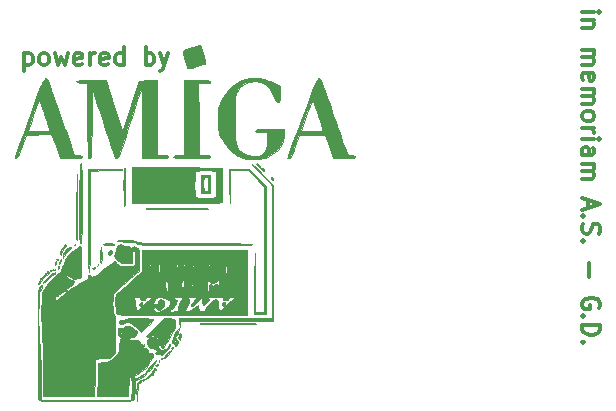
<source format=gbo>
%TF.GenerationSoftware,KiCad,Pcbnew,4.0.2+dfsg1-stable*%
%TF.CreationDate,2018-11-13T01:07:12+01:00*%
%TF.ProjectId,StandAlone-Adapter,5374616E64416C6F6E652D4164617074,rev?*%
%TF.FileFunction,Legend,Bot*%
%FSLAX46Y46*%
G04 Gerber Fmt 4.6, Leading zero omitted, Abs format (unit mm)*
G04 Created by KiCad (PCBNEW 4.0.2+dfsg1-stable) date Tue 13 Nov 2018 01:07:12 CET*
%MOMM*%
G01*
G04 APERTURE LIST*
%ADD10C,0.100000*%
%ADD11C,0.300000*%
%ADD12C,0.010000*%
G04 APERTURE END LIST*
D10*
D11*
X150174286Y-102548571D02*
X150174286Y-104048571D01*
X150174286Y-102620000D02*
X150317143Y-102548571D01*
X150602857Y-102548571D01*
X150745714Y-102620000D01*
X150817143Y-102691429D01*
X150888572Y-102834286D01*
X150888572Y-103262857D01*
X150817143Y-103405714D01*
X150745714Y-103477143D01*
X150602857Y-103548571D01*
X150317143Y-103548571D01*
X150174286Y-103477143D01*
X151745715Y-103548571D02*
X151602857Y-103477143D01*
X151531429Y-103405714D01*
X151460000Y-103262857D01*
X151460000Y-102834286D01*
X151531429Y-102691429D01*
X151602857Y-102620000D01*
X151745715Y-102548571D01*
X151960000Y-102548571D01*
X152102857Y-102620000D01*
X152174286Y-102691429D01*
X152245715Y-102834286D01*
X152245715Y-103262857D01*
X152174286Y-103405714D01*
X152102857Y-103477143D01*
X151960000Y-103548571D01*
X151745715Y-103548571D01*
X152745715Y-102548571D02*
X153031429Y-103548571D01*
X153317143Y-102834286D01*
X153602858Y-103548571D01*
X153888572Y-102548571D01*
X155031429Y-103477143D02*
X154888572Y-103548571D01*
X154602858Y-103548571D01*
X154460001Y-103477143D01*
X154388572Y-103334286D01*
X154388572Y-102762857D01*
X154460001Y-102620000D01*
X154602858Y-102548571D01*
X154888572Y-102548571D01*
X155031429Y-102620000D01*
X155102858Y-102762857D01*
X155102858Y-102905714D01*
X154388572Y-103048571D01*
X155745715Y-103548571D02*
X155745715Y-102548571D01*
X155745715Y-102834286D02*
X155817143Y-102691429D01*
X155888572Y-102620000D01*
X156031429Y-102548571D01*
X156174286Y-102548571D01*
X157245714Y-103477143D02*
X157102857Y-103548571D01*
X156817143Y-103548571D01*
X156674286Y-103477143D01*
X156602857Y-103334286D01*
X156602857Y-102762857D01*
X156674286Y-102620000D01*
X156817143Y-102548571D01*
X157102857Y-102548571D01*
X157245714Y-102620000D01*
X157317143Y-102762857D01*
X157317143Y-102905714D01*
X156602857Y-103048571D01*
X158602857Y-103548571D02*
X158602857Y-102048571D01*
X158602857Y-103477143D02*
X158460000Y-103548571D01*
X158174286Y-103548571D01*
X158031428Y-103477143D01*
X157960000Y-103405714D01*
X157888571Y-103262857D01*
X157888571Y-102834286D01*
X157960000Y-102691429D01*
X158031428Y-102620000D01*
X158174286Y-102548571D01*
X158460000Y-102548571D01*
X158602857Y-102620000D01*
X160460000Y-103548571D02*
X160460000Y-102048571D01*
X160460000Y-102620000D02*
X160602857Y-102548571D01*
X160888571Y-102548571D01*
X161031428Y-102620000D01*
X161102857Y-102691429D01*
X161174286Y-102834286D01*
X161174286Y-103262857D01*
X161102857Y-103405714D01*
X161031428Y-103477143D01*
X160888571Y-103548571D01*
X160602857Y-103548571D01*
X160460000Y-103477143D01*
X161674286Y-102548571D02*
X162031429Y-103548571D01*
X162388571Y-102548571D02*
X162031429Y-103548571D01*
X161888571Y-103905714D01*
X161817143Y-103977143D01*
X161674286Y-104048571D01*
X197441429Y-99030000D02*
X198441429Y-99030000D01*
X198941429Y-99030000D02*
X198870000Y-98958571D01*
X198798571Y-99030000D01*
X198870000Y-99101428D01*
X198941429Y-99030000D01*
X198798571Y-99030000D01*
X198441429Y-99744286D02*
X197441429Y-99744286D01*
X198298571Y-99744286D02*
X198370000Y-99815714D01*
X198441429Y-99958572D01*
X198441429Y-100172857D01*
X198370000Y-100315714D01*
X198227143Y-100387143D01*
X197441429Y-100387143D01*
X197441429Y-102244286D02*
X198441429Y-102244286D01*
X198298571Y-102244286D02*
X198370000Y-102315714D01*
X198441429Y-102458572D01*
X198441429Y-102672857D01*
X198370000Y-102815714D01*
X198227143Y-102887143D01*
X197441429Y-102887143D01*
X198227143Y-102887143D02*
X198370000Y-102958572D01*
X198441429Y-103101429D01*
X198441429Y-103315714D01*
X198370000Y-103458572D01*
X198227143Y-103530000D01*
X197441429Y-103530000D01*
X197512857Y-104815714D02*
X197441429Y-104672857D01*
X197441429Y-104387143D01*
X197512857Y-104244286D01*
X197655714Y-104172857D01*
X198227143Y-104172857D01*
X198370000Y-104244286D01*
X198441429Y-104387143D01*
X198441429Y-104672857D01*
X198370000Y-104815714D01*
X198227143Y-104887143D01*
X198084286Y-104887143D01*
X197941429Y-104172857D01*
X197441429Y-105530000D02*
X198441429Y-105530000D01*
X198298571Y-105530000D02*
X198370000Y-105601428D01*
X198441429Y-105744286D01*
X198441429Y-105958571D01*
X198370000Y-106101428D01*
X198227143Y-106172857D01*
X197441429Y-106172857D01*
X198227143Y-106172857D02*
X198370000Y-106244286D01*
X198441429Y-106387143D01*
X198441429Y-106601428D01*
X198370000Y-106744286D01*
X198227143Y-106815714D01*
X197441429Y-106815714D01*
X197441429Y-107744286D02*
X197512857Y-107601428D01*
X197584286Y-107530000D01*
X197727143Y-107458571D01*
X198155714Y-107458571D01*
X198298571Y-107530000D01*
X198370000Y-107601428D01*
X198441429Y-107744286D01*
X198441429Y-107958571D01*
X198370000Y-108101428D01*
X198298571Y-108172857D01*
X198155714Y-108244286D01*
X197727143Y-108244286D01*
X197584286Y-108172857D01*
X197512857Y-108101428D01*
X197441429Y-107958571D01*
X197441429Y-107744286D01*
X197441429Y-108887143D02*
X198441429Y-108887143D01*
X198155714Y-108887143D02*
X198298571Y-108958571D01*
X198370000Y-109030000D01*
X198441429Y-109172857D01*
X198441429Y-109315714D01*
X197441429Y-109815714D02*
X198441429Y-109815714D01*
X198941429Y-109815714D02*
X198870000Y-109744285D01*
X198798571Y-109815714D01*
X198870000Y-109887142D01*
X198941429Y-109815714D01*
X198798571Y-109815714D01*
X197441429Y-111172857D02*
X198227143Y-111172857D01*
X198370000Y-111101428D01*
X198441429Y-110958571D01*
X198441429Y-110672857D01*
X198370000Y-110530000D01*
X197512857Y-111172857D02*
X197441429Y-111030000D01*
X197441429Y-110672857D01*
X197512857Y-110530000D01*
X197655714Y-110458571D01*
X197798571Y-110458571D01*
X197941429Y-110530000D01*
X198012857Y-110672857D01*
X198012857Y-111030000D01*
X198084286Y-111172857D01*
X197441429Y-111887143D02*
X198441429Y-111887143D01*
X198298571Y-111887143D02*
X198370000Y-111958571D01*
X198441429Y-112101429D01*
X198441429Y-112315714D01*
X198370000Y-112458571D01*
X198227143Y-112530000D01*
X197441429Y-112530000D01*
X198227143Y-112530000D02*
X198370000Y-112601429D01*
X198441429Y-112744286D01*
X198441429Y-112958571D01*
X198370000Y-113101429D01*
X198227143Y-113172857D01*
X197441429Y-113172857D01*
X197870000Y-114958571D02*
X197870000Y-115672857D01*
X197441429Y-114815714D02*
X198941429Y-115315714D01*
X197441429Y-115815714D01*
X197584286Y-116315714D02*
X197512857Y-116387142D01*
X197441429Y-116315714D01*
X197512857Y-116244285D01*
X197584286Y-116315714D01*
X197441429Y-116315714D01*
X197512857Y-116958571D02*
X197441429Y-117172857D01*
X197441429Y-117530000D01*
X197512857Y-117672857D01*
X197584286Y-117744286D01*
X197727143Y-117815714D01*
X197870000Y-117815714D01*
X198012857Y-117744286D01*
X198084286Y-117672857D01*
X198155714Y-117530000D01*
X198227143Y-117244286D01*
X198298571Y-117101428D01*
X198370000Y-117030000D01*
X198512857Y-116958571D01*
X198655714Y-116958571D01*
X198798571Y-117030000D01*
X198870000Y-117101428D01*
X198941429Y-117244286D01*
X198941429Y-117601428D01*
X198870000Y-117815714D01*
X197584286Y-118458571D02*
X197512857Y-118529999D01*
X197441429Y-118458571D01*
X197512857Y-118387142D01*
X197584286Y-118458571D01*
X197441429Y-118458571D01*
X198012857Y-120315714D02*
X198012857Y-121458571D01*
X198870000Y-124101428D02*
X198941429Y-123958571D01*
X198941429Y-123744285D01*
X198870000Y-123530000D01*
X198727143Y-123387142D01*
X198584286Y-123315714D01*
X198298571Y-123244285D01*
X198084286Y-123244285D01*
X197798571Y-123315714D01*
X197655714Y-123387142D01*
X197512857Y-123530000D01*
X197441429Y-123744285D01*
X197441429Y-123887142D01*
X197512857Y-124101428D01*
X197584286Y-124172857D01*
X198084286Y-124172857D01*
X198084286Y-123887142D01*
X197584286Y-124815714D02*
X197512857Y-124887142D01*
X197441429Y-124815714D01*
X197512857Y-124744285D01*
X197584286Y-124815714D01*
X197441429Y-124815714D01*
X197441429Y-125530000D02*
X198941429Y-125530000D01*
X198941429Y-125887143D01*
X198870000Y-126101428D01*
X198727143Y-126244286D01*
X198584286Y-126315714D01*
X198298571Y-126387143D01*
X198084286Y-126387143D01*
X197798571Y-126315714D01*
X197655714Y-126244286D01*
X197512857Y-126101428D01*
X197441429Y-125887143D01*
X197441429Y-125530000D01*
X197584286Y-127030000D02*
X197512857Y-127101428D01*
X197441429Y-127030000D01*
X197512857Y-126958571D01*
X197584286Y-127030000D01*
X197441429Y-127030000D01*
D12*
G36*
X169408444Y-104662284D02*
X168862834Y-104750311D01*
X168399140Y-104910106D01*
X168333218Y-104943859D01*
X167798229Y-105321184D01*
X167317745Y-105828116D01*
X166926807Y-106426053D01*
X166851328Y-106576424D01*
X166736104Y-106829285D01*
X166659412Y-107039674D01*
X166613444Y-107253505D01*
X166590389Y-107516688D01*
X166582437Y-107875135D01*
X166581667Y-108161666D01*
X166584959Y-108608607D01*
X166599310Y-108930638D01*
X166631430Y-109172126D01*
X166688031Y-109377438D01*
X166775824Y-109590941D01*
X166808578Y-109661796D01*
X167140491Y-110210582D01*
X167583706Y-110712998D01*
X168088782Y-111115895D01*
X168251795Y-111213158D01*
X168492523Y-111333303D01*
X168717206Y-111409389D01*
X168980958Y-111453294D01*
X169338895Y-111476896D01*
X169502667Y-111482749D01*
X170045565Y-111480960D01*
X170447627Y-111438119D01*
X170613300Y-111393853D01*
X171196698Y-111099196D01*
X171658780Y-110702774D01*
X171988246Y-110219752D01*
X172173792Y-109665292D01*
X172212000Y-109248877D01*
X172212000Y-108966000D01*
X170984333Y-108966000D01*
X170496702Y-108968417D01*
X170154465Y-108977317D01*
X169933732Y-108995172D01*
X169810612Y-109024452D01*
X169761213Y-109067629D01*
X169756667Y-109093000D01*
X169795680Y-109166743D01*
X169933981Y-109206335D01*
X170203459Y-109219749D01*
X170264667Y-109220000D01*
X170772667Y-109220000D01*
X170772535Y-109833833D01*
X170727242Y-110388387D01*
X170592356Y-110804332D01*
X170368968Y-111078855D01*
X170264667Y-111143740D01*
X170064955Y-111201645D01*
X169770619Y-111240585D01*
X169536354Y-111250751D01*
X169056351Y-111197205D01*
X168678382Y-111021784D01*
X168371310Y-110706241D01*
X168232667Y-110486723D01*
X168161107Y-110351952D01*
X168107245Y-110220494D01*
X168068055Y-110065758D01*
X168040512Y-109861157D01*
X168021593Y-109580101D01*
X168008272Y-109196002D01*
X167997524Y-108682271D01*
X167992251Y-108373333D01*
X167985025Y-107637259D01*
X167992643Y-107047543D01*
X168018463Y-106581603D01*
X168065840Y-106216855D01*
X168138133Y-105930713D01*
X168238698Y-105700594D01*
X168370892Y-105503914D01*
X168429108Y-105434394D01*
X168776987Y-105127676D01*
X169180344Y-104955901D01*
X169679382Y-104902002D01*
X169683009Y-104901999D01*
X170188894Y-104979609D01*
X170625516Y-105209498D01*
X170987813Y-105587254D01*
X171270724Y-106108464D01*
X171364095Y-106367319D01*
X171454132Y-106582240D01*
X171559549Y-106663492D01*
X171636871Y-106663653D01*
X171725411Y-106633503D01*
X171776167Y-106551929D01*
X171798787Y-106381669D01*
X171802915Y-106085462D01*
X171802504Y-106023833D01*
X171799508Y-105713264D01*
X171796229Y-105470064D01*
X171793337Y-105343062D01*
X171793123Y-105339071D01*
X171716562Y-105258573D01*
X171521625Y-105142005D01*
X171249888Y-105008883D01*
X170942924Y-104878724D01*
X170642307Y-104771045D01*
X170489760Y-104727215D01*
X169972057Y-104652445D01*
X169408444Y-104662284D01*
X169408444Y-104662284D01*
G37*
X169408444Y-104662284D02*
X168862834Y-104750311D01*
X168399140Y-104910106D01*
X168333218Y-104943859D01*
X167798229Y-105321184D01*
X167317745Y-105828116D01*
X166926807Y-106426053D01*
X166851328Y-106576424D01*
X166736104Y-106829285D01*
X166659412Y-107039674D01*
X166613444Y-107253505D01*
X166590389Y-107516688D01*
X166582437Y-107875135D01*
X166581667Y-108161666D01*
X166584959Y-108608607D01*
X166599310Y-108930638D01*
X166631430Y-109172126D01*
X166688031Y-109377438D01*
X166775824Y-109590941D01*
X166808578Y-109661796D01*
X167140491Y-110210582D01*
X167583706Y-110712998D01*
X168088782Y-111115895D01*
X168251795Y-111213158D01*
X168492523Y-111333303D01*
X168717206Y-111409389D01*
X168980958Y-111453294D01*
X169338895Y-111476896D01*
X169502667Y-111482749D01*
X170045565Y-111480960D01*
X170447627Y-111438119D01*
X170613300Y-111393853D01*
X171196698Y-111099196D01*
X171658780Y-110702774D01*
X171988246Y-110219752D01*
X172173792Y-109665292D01*
X172212000Y-109248877D01*
X172212000Y-108966000D01*
X170984333Y-108966000D01*
X170496702Y-108968417D01*
X170154465Y-108977317D01*
X169933732Y-108995172D01*
X169810612Y-109024452D01*
X169761213Y-109067629D01*
X169756667Y-109093000D01*
X169795680Y-109166743D01*
X169933981Y-109206335D01*
X170203459Y-109219749D01*
X170264667Y-109220000D01*
X170772667Y-109220000D01*
X170772535Y-109833833D01*
X170727242Y-110388387D01*
X170592356Y-110804332D01*
X170368968Y-111078855D01*
X170264667Y-111143740D01*
X170064955Y-111201645D01*
X169770619Y-111240585D01*
X169536354Y-111250751D01*
X169056351Y-111197205D01*
X168678382Y-111021784D01*
X168371310Y-110706241D01*
X168232667Y-110486723D01*
X168161107Y-110351952D01*
X168107245Y-110220494D01*
X168068055Y-110065758D01*
X168040512Y-109861157D01*
X168021593Y-109580101D01*
X168008272Y-109196002D01*
X167997524Y-108682271D01*
X167992251Y-108373333D01*
X167985025Y-107637259D01*
X167992643Y-107047543D01*
X168018463Y-106581603D01*
X168065840Y-106216855D01*
X168138133Y-105930713D01*
X168238698Y-105700594D01*
X168370892Y-105503914D01*
X168429108Y-105434394D01*
X168776987Y-105127676D01*
X169180344Y-104955901D01*
X169679382Y-104902002D01*
X169683009Y-104901999D01*
X170188894Y-104979609D01*
X170625516Y-105209498D01*
X170987813Y-105587254D01*
X171270724Y-106108464D01*
X171364095Y-106367319D01*
X171454132Y-106582240D01*
X171559549Y-106663492D01*
X171636871Y-106663653D01*
X171725411Y-106633503D01*
X171776167Y-106551929D01*
X171798787Y-106381669D01*
X171802915Y-106085462D01*
X171802504Y-106023833D01*
X171799508Y-105713264D01*
X171796229Y-105470064D01*
X171793337Y-105343062D01*
X171793123Y-105339071D01*
X171716562Y-105258573D01*
X171521625Y-105142005D01*
X171249888Y-105008883D01*
X170942924Y-104878724D01*
X170642307Y-104771045D01*
X170489760Y-104727215D01*
X169972057Y-104652445D01*
X169408444Y-104662284D01*
G36*
X175020729Y-104694869D02*
X174957070Y-104780047D01*
X174874969Y-104933281D01*
X174769064Y-105167629D01*
X174633989Y-105496147D01*
X174464381Y-105931892D01*
X174254875Y-106487923D01*
X174000107Y-107177295D01*
X173694713Y-108013067D01*
X173686850Y-108034666D01*
X173427447Y-108747695D01*
X173186847Y-109409763D01*
X172971051Y-110004305D01*
X172786059Y-110514756D01*
X172637871Y-110924552D01*
X172532488Y-111217129D01*
X172475909Y-111375921D01*
X172467762Y-111400166D01*
X172536447Y-111417938D01*
X172614167Y-111420902D01*
X172693990Y-111380274D01*
X172785501Y-111245292D01*
X172898816Y-110995635D01*
X173044050Y-110610983D01*
X173109406Y-110426069D01*
X173456479Y-109431666D01*
X175620935Y-109431666D01*
X175969217Y-110426500D01*
X176317498Y-111421333D01*
X177270416Y-111421333D01*
X177695644Y-111417514D01*
X177977408Y-111403859D01*
X178141455Y-111377068D01*
X178213527Y-111333841D01*
X178223333Y-111299201D01*
X178147228Y-111205479D01*
X177914327Y-111154759D01*
X177870294Y-111151034D01*
X177682683Y-111131378D01*
X177562631Y-111082222D01*
X177475239Y-110966737D01*
X177385608Y-110748091D01*
X177324169Y-110574666D01*
X177247885Y-110356747D01*
X177124548Y-110003810D01*
X176962842Y-109540734D01*
X176799179Y-109071833D01*
X175434801Y-109071833D01*
X175353563Y-109097508D01*
X175137665Y-109118206D01*
X174821760Y-109131548D01*
X174509305Y-109135333D01*
X173589276Y-109135333D01*
X174064805Y-107823310D01*
X174225709Y-107386239D01*
X174368525Y-107011233D01*
X174482862Y-106724553D01*
X174558332Y-106552462D01*
X174582667Y-106514241D01*
X174620577Y-106590465D01*
X174698310Y-106795019D01*
X174804812Y-107094725D01*
X174929028Y-107456404D01*
X175059904Y-107846876D01*
X175186386Y-108232964D01*
X175297418Y-108581488D01*
X175381947Y-108859269D01*
X175428918Y-109033129D01*
X175434801Y-109071833D01*
X176799179Y-109071833D01*
X176771453Y-108992399D01*
X176559066Y-108383682D01*
X176334364Y-107739465D01*
X176245395Y-107484333D01*
X176026275Y-106856586D01*
X175823067Y-106275664D01*
X175642992Y-105762113D01*
X175493270Y-105336480D01*
X175381123Y-105019310D01*
X175313771Y-104831151D01*
X175299078Y-104791690D01*
X175173317Y-104672866D01*
X175071312Y-104664690D01*
X175020729Y-104694869D01*
X175020729Y-104694869D01*
G37*
X175020729Y-104694869D02*
X174957070Y-104780047D01*
X174874969Y-104933281D01*
X174769064Y-105167629D01*
X174633989Y-105496147D01*
X174464381Y-105931892D01*
X174254875Y-106487923D01*
X174000107Y-107177295D01*
X173694713Y-108013067D01*
X173686850Y-108034666D01*
X173427447Y-108747695D01*
X173186847Y-109409763D01*
X172971051Y-110004305D01*
X172786059Y-110514756D01*
X172637871Y-110924552D01*
X172532488Y-111217129D01*
X172475909Y-111375921D01*
X172467762Y-111400166D01*
X172536447Y-111417938D01*
X172614167Y-111420902D01*
X172693990Y-111380274D01*
X172785501Y-111245292D01*
X172898816Y-110995635D01*
X173044050Y-110610983D01*
X173109406Y-110426069D01*
X173456479Y-109431666D01*
X175620935Y-109431666D01*
X175969217Y-110426500D01*
X176317498Y-111421333D01*
X177270416Y-111421333D01*
X177695644Y-111417514D01*
X177977408Y-111403859D01*
X178141455Y-111377068D01*
X178213527Y-111333841D01*
X178223333Y-111299201D01*
X178147228Y-111205479D01*
X177914327Y-111154759D01*
X177870294Y-111151034D01*
X177682683Y-111131378D01*
X177562631Y-111082222D01*
X177475239Y-110966737D01*
X177385608Y-110748091D01*
X177324169Y-110574666D01*
X177247885Y-110356747D01*
X177124548Y-110003810D01*
X176962842Y-109540734D01*
X176799179Y-109071833D01*
X175434801Y-109071833D01*
X175353563Y-109097508D01*
X175137665Y-109118206D01*
X174821760Y-109131548D01*
X174509305Y-109135333D01*
X173589276Y-109135333D01*
X174064805Y-107823310D01*
X174225709Y-107386239D01*
X174368525Y-107011233D01*
X174482862Y-106724553D01*
X174558332Y-106552462D01*
X174582667Y-106514241D01*
X174620577Y-106590465D01*
X174698310Y-106795019D01*
X174804812Y-107094725D01*
X174929028Y-107456404D01*
X175059904Y-107846876D01*
X175186386Y-108232964D01*
X175297418Y-108581488D01*
X175381947Y-108859269D01*
X175428918Y-109033129D01*
X175434801Y-109071833D01*
X176799179Y-109071833D01*
X176771453Y-108992399D01*
X176559066Y-108383682D01*
X176334364Y-107739465D01*
X176245395Y-107484333D01*
X176026275Y-106856586D01*
X175823067Y-106275664D01*
X175642992Y-105762113D01*
X175493270Y-105336480D01*
X175381123Y-105019310D01*
X175313771Y-104831151D01*
X175299078Y-104791690D01*
X175173317Y-104672866D01*
X175071312Y-104664690D01*
X175020729Y-104694869D01*
G36*
X163725197Y-107971166D02*
X163703000Y-111125000D01*
X163258500Y-111150591D01*
X162975095Y-111182795D01*
X162836875Y-111242637D01*
X162814000Y-111298757D01*
X162838004Y-111342729D01*
X162924003Y-111375093D01*
X163092976Y-111397491D01*
X163365902Y-111411566D01*
X163763760Y-111418959D01*
X164307531Y-111421311D01*
X164380333Y-111421333D01*
X164942086Y-111419462D01*
X165355537Y-111412752D01*
X165641688Y-111399556D01*
X165821541Y-111378229D01*
X165916097Y-111347124D01*
X165946359Y-111304594D01*
X165946667Y-111298558D01*
X165894370Y-111221046D01*
X165720485Y-111173290D01*
X165459833Y-111150391D01*
X164973000Y-111125000D01*
X164950764Y-108098166D01*
X164928528Y-105071333D01*
X165437597Y-105071333D01*
X165732922Y-105061616D01*
X165891631Y-105027161D01*
X165945611Y-104960015D01*
X165946667Y-104944333D01*
X165922127Y-104891418D01*
X165831801Y-104855159D01*
X165650633Y-104832661D01*
X165353565Y-104821031D01*
X164915539Y-104817374D01*
X164847031Y-104817333D01*
X163747394Y-104817333D01*
X163725197Y-107971166D01*
X163725197Y-107971166D01*
G37*
X163725197Y-107971166D02*
X163703000Y-111125000D01*
X163258500Y-111150591D01*
X162975095Y-111182795D01*
X162836875Y-111242637D01*
X162814000Y-111298757D01*
X162838004Y-111342729D01*
X162924003Y-111375093D01*
X163092976Y-111397491D01*
X163365902Y-111411566D01*
X163763760Y-111418959D01*
X164307531Y-111421311D01*
X164380333Y-111421333D01*
X164942086Y-111419462D01*
X165355537Y-111412752D01*
X165641688Y-111399556D01*
X165821541Y-111378229D01*
X165916097Y-111347124D01*
X165946359Y-111304594D01*
X165946667Y-111298558D01*
X165894370Y-111221046D01*
X165720485Y-111173290D01*
X165459833Y-111150391D01*
X164973000Y-111125000D01*
X164950764Y-108098166D01*
X164928528Y-105071333D01*
X165437597Y-105071333D01*
X165732922Y-105061616D01*
X165891631Y-105027161D01*
X165945611Y-104960015D01*
X165946667Y-104944333D01*
X165922127Y-104891418D01*
X165831801Y-104855159D01*
X165650633Y-104832661D01*
X165353565Y-104821031D01*
X164915539Y-104817374D01*
X164847031Y-104817333D01*
X163747394Y-104817333D01*
X163725197Y-107971166D01*
G36*
X160680052Y-104835322D02*
X159900770Y-104859666D01*
X159219552Y-106951004D01*
X159034332Y-107515674D01*
X158864416Y-108026184D01*
X158717266Y-108460709D01*
X158600347Y-108797427D01*
X158521121Y-109014514D01*
X158488159Y-109089622D01*
X158451152Y-109024925D01*
X158372278Y-108818492D01*
X158258439Y-108490745D01*
X158116538Y-108062106D01*
X157953479Y-107552998D01*
X157776164Y-106983843D01*
X157774097Y-106977118D01*
X157110209Y-104817333D01*
X155806382Y-104817333D01*
X155288763Y-104820462D01*
X154921696Y-104830890D01*
X154686498Y-104850174D01*
X154564484Y-104879872D01*
X154536971Y-104921543D01*
X154537467Y-104923166D01*
X154640751Y-104991244D01*
X154877397Y-105039517D01*
X155052523Y-105054391D01*
X155532667Y-105079783D01*
X155532667Y-108250558D01*
X155532892Y-109066128D01*
X155534138Y-109728332D01*
X155537255Y-110253137D01*
X155543098Y-110656512D01*
X155552519Y-110954423D01*
X155566370Y-111162838D01*
X155585504Y-111297725D01*
X155610775Y-111375051D01*
X155643034Y-111410783D01*
X155683135Y-111420889D01*
X155702000Y-111421333D01*
X155746488Y-111416904D01*
X155782459Y-111392725D01*
X155810861Y-111332453D01*
X155832645Y-111219748D01*
X155848759Y-111038268D01*
X155860152Y-110771672D01*
X155867773Y-110403620D01*
X155872571Y-109917769D01*
X155875495Y-109297780D01*
X155877494Y-108527310D01*
X155877779Y-108394500D01*
X155884225Y-105367666D01*
X156378963Y-106891666D01*
X156582993Y-107521993D01*
X156814155Y-108239110D01*
X157049460Y-108971525D01*
X157265921Y-109647744D01*
X157353833Y-109923386D01*
X157524733Y-110454666D01*
X157655759Y-110844609D01*
X157756076Y-111113954D01*
X157834849Y-111283442D01*
X157901243Y-111373812D01*
X157964422Y-111405805D01*
X158008559Y-111405052D01*
X158060049Y-111380361D01*
X158117564Y-111311479D01*
X158186648Y-111183664D01*
X158272840Y-110982175D01*
X158381685Y-110692270D01*
X158518724Y-110299207D01*
X158689499Y-109788245D01*
X158899553Y-109144643D01*
X159146761Y-108377538D01*
X159365719Y-107697692D01*
X159569320Y-107069686D01*
X159751621Y-106511536D01*
X159906681Y-106041257D01*
X160028556Y-105676862D01*
X160111306Y-105436366D01*
X160148986Y-105337785D01*
X160149851Y-105336593D01*
X160158878Y-105408862D01*
X160167180Y-105631938D01*
X160174515Y-105987295D01*
X160180639Y-106456407D01*
X160185312Y-107020750D01*
X160188290Y-107661797D01*
X160189333Y-108359222D01*
X160189333Y-111421333D01*
X161290000Y-111421333D01*
X161748407Y-111418502D01*
X162062592Y-111408085D01*
X162257605Y-111387190D01*
X162358491Y-111352927D01*
X162390299Y-111302406D01*
X162390667Y-111294333D01*
X162348860Y-111217744D01*
X162202164Y-111178313D01*
X161925000Y-111167333D01*
X161459333Y-111167333D01*
X161459333Y-104810978D01*
X160680052Y-104835322D01*
X160680052Y-104835322D01*
G37*
X160680052Y-104835322D02*
X159900770Y-104859666D01*
X159219552Y-106951004D01*
X159034332Y-107515674D01*
X158864416Y-108026184D01*
X158717266Y-108460709D01*
X158600347Y-108797427D01*
X158521121Y-109014514D01*
X158488159Y-109089622D01*
X158451152Y-109024925D01*
X158372278Y-108818492D01*
X158258439Y-108490745D01*
X158116538Y-108062106D01*
X157953479Y-107552998D01*
X157776164Y-106983843D01*
X157774097Y-106977118D01*
X157110209Y-104817333D01*
X155806382Y-104817333D01*
X155288763Y-104820462D01*
X154921696Y-104830890D01*
X154686498Y-104850174D01*
X154564484Y-104879872D01*
X154536971Y-104921543D01*
X154537467Y-104923166D01*
X154640751Y-104991244D01*
X154877397Y-105039517D01*
X155052523Y-105054391D01*
X155532667Y-105079783D01*
X155532667Y-108250558D01*
X155532892Y-109066128D01*
X155534138Y-109728332D01*
X155537255Y-110253137D01*
X155543098Y-110656512D01*
X155552519Y-110954423D01*
X155566370Y-111162838D01*
X155585504Y-111297725D01*
X155610775Y-111375051D01*
X155643034Y-111410783D01*
X155683135Y-111420889D01*
X155702000Y-111421333D01*
X155746488Y-111416904D01*
X155782459Y-111392725D01*
X155810861Y-111332453D01*
X155832645Y-111219748D01*
X155848759Y-111038268D01*
X155860152Y-110771672D01*
X155867773Y-110403620D01*
X155872571Y-109917769D01*
X155875495Y-109297780D01*
X155877494Y-108527310D01*
X155877779Y-108394500D01*
X155884225Y-105367666D01*
X156378963Y-106891666D01*
X156582993Y-107521993D01*
X156814155Y-108239110D01*
X157049460Y-108971525D01*
X157265921Y-109647744D01*
X157353833Y-109923386D01*
X157524733Y-110454666D01*
X157655759Y-110844609D01*
X157756076Y-111113954D01*
X157834849Y-111283442D01*
X157901243Y-111373812D01*
X157964422Y-111405805D01*
X158008559Y-111405052D01*
X158060049Y-111380361D01*
X158117564Y-111311479D01*
X158186648Y-111183664D01*
X158272840Y-110982175D01*
X158381685Y-110692270D01*
X158518724Y-110299207D01*
X158689499Y-109788245D01*
X158899553Y-109144643D01*
X159146761Y-108377538D01*
X159365719Y-107697692D01*
X159569320Y-107069686D01*
X159751621Y-106511536D01*
X159906681Y-106041257D01*
X160028556Y-105676862D01*
X160111306Y-105436366D01*
X160148986Y-105337785D01*
X160149851Y-105336593D01*
X160158878Y-105408862D01*
X160167180Y-105631938D01*
X160174515Y-105987295D01*
X160180639Y-106456407D01*
X160185312Y-107020750D01*
X160188290Y-107661797D01*
X160189333Y-108359222D01*
X160189333Y-111421333D01*
X161290000Y-111421333D01*
X161748407Y-111418502D01*
X162062592Y-111408085D01*
X162257605Y-111387190D01*
X162358491Y-111352927D01*
X162390299Y-111302406D01*
X162390667Y-111294333D01*
X162348860Y-111217744D01*
X162202164Y-111178313D01*
X161925000Y-111167333D01*
X161459333Y-111167333D01*
X161459333Y-104810978D01*
X160680052Y-104835322D01*
G36*
X151973649Y-104660117D02*
X151950435Y-104664732D01*
X151898923Y-104691842D01*
X151837007Y-104768048D01*
X151759021Y-104907017D01*
X151659299Y-105122415D01*
X151532176Y-105427907D01*
X151371986Y-105837161D01*
X151173062Y-106363841D01*
X150929738Y-107021615D01*
X150636350Y-107824149D01*
X150605941Y-107907666D01*
X150297706Y-108753883D01*
X150042510Y-109454313D01*
X149836015Y-110022484D01*
X149673883Y-110471924D01*
X149551773Y-110816162D01*
X149465348Y-111068726D01*
X149410268Y-111243144D01*
X149382195Y-111352946D01*
X149376790Y-111411658D01*
X149389714Y-111432810D01*
X149416628Y-111429930D01*
X149453194Y-111416546D01*
X149483326Y-111407949D01*
X149577153Y-111329427D01*
X149696271Y-111118643D01*
X149846476Y-110763891D01*
X149979787Y-110405333D01*
X150328570Y-109431666D01*
X152462184Y-109384442D01*
X152829433Y-110402887D01*
X153196682Y-111421333D01*
X154153008Y-111421333D01*
X154579095Y-111417535D01*
X154861683Y-111403951D01*
X155026483Y-111377298D01*
X155099203Y-111334293D01*
X155109333Y-111299201D01*
X155035005Y-111206631D01*
X154806055Y-111155884D01*
X154749500Y-111151034D01*
X154389667Y-111125000D01*
X153674189Y-109071933D01*
X152315333Y-109071933D01*
X152236379Y-109097441D01*
X152022329Y-109118045D01*
X151707400Y-109131410D01*
X151386521Y-109135333D01*
X150457708Y-109135333D01*
X150802581Y-108182833D01*
X150952437Y-107767959D01*
X151094270Y-107373555D01*
X151210578Y-107048389D01*
X151275966Y-106863806D01*
X151363346Y-106662651D01*
X151440527Y-106564677D01*
X151468346Y-106567472D01*
X151513232Y-106665401D01*
X151597958Y-106889682D01*
X151710718Y-107205407D01*
X151839704Y-107577663D01*
X151973110Y-107971539D01*
X152099129Y-108352124D01*
X152205955Y-108684507D01*
X152281780Y-108933776D01*
X152314799Y-109065021D01*
X152315333Y-109071933D01*
X153674189Y-109071933D01*
X153652024Y-109008333D01*
X153321914Y-108060787D01*
X153043035Y-107260679D01*
X152810552Y-106595665D01*
X152619629Y-106053403D01*
X152465430Y-105621547D01*
X152343120Y-105287755D01*
X152247864Y-105039683D01*
X152174825Y-104864987D01*
X152119168Y-104751323D01*
X152076058Y-104686348D01*
X152040658Y-104657718D01*
X152008134Y-104653089D01*
X151973649Y-104660117D01*
X151973649Y-104660117D01*
G37*
X151973649Y-104660117D02*
X151950435Y-104664732D01*
X151898923Y-104691842D01*
X151837007Y-104768048D01*
X151759021Y-104907017D01*
X151659299Y-105122415D01*
X151532176Y-105427907D01*
X151371986Y-105837161D01*
X151173062Y-106363841D01*
X150929738Y-107021615D01*
X150636350Y-107824149D01*
X150605941Y-107907666D01*
X150297706Y-108753883D01*
X150042510Y-109454313D01*
X149836015Y-110022484D01*
X149673883Y-110471924D01*
X149551773Y-110816162D01*
X149465348Y-111068726D01*
X149410268Y-111243144D01*
X149382195Y-111352946D01*
X149376790Y-111411658D01*
X149389714Y-111432810D01*
X149416628Y-111429930D01*
X149453194Y-111416546D01*
X149483326Y-111407949D01*
X149577153Y-111329427D01*
X149696271Y-111118643D01*
X149846476Y-110763891D01*
X149979787Y-110405333D01*
X150328570Y-109431666D01*
X152462184Y-109384442D01*
X152829433Y-110402887D01*
X153196682Y-111421333D01*
X154153008Y-111421333D01*
X154579095Y-111417535D01*
X154861683Y-111403951D01*
X155026483Y-111377298D01*
X155099203Y-111334293D01*
X155109333Y-111299201D01*
X155035005Y-111206631D01*
X154806055Y-111155884D01*
X154749500Y-111151034D01*
X154389667Y-111125000D01*
X153674189Y-109071933D01*
X152315333Y-109071933D01*
X152236379Y-109097441D01*
X152022329Y-109118045D01*
X151707400Y-109131410D01*
X151386521Y-109135333D01*
X150457708Y-109135333D01*
X150802581Y-108182833D01*
X150952437Y-107767959D01*
X151094270Y-107373555D01*
X151210578Y-107048389D01*
X151275966Y-106863806D01*
X151363346Y-106662651D01*
X151440527Y-106564677D01*
X151468346Y-106567472D01*
X151513232Y-106665401D01*
X151597958Y-106889682D01*
X151710718Y-107205407D01*
X151839704Y-107577663D01*
X151973110Y-107971539D01*
X152099129Y-108352124D01*
X152205955Y-108684507D01*
X152281780Y-108933776D01*
X152314799Y-109065021D01*
X152315333Y-109071933D01*
X153674189Y-109071933D01*
X153652024Y-109008333D01*
X153321914Y-108060787D01*
X153043035Y-107260679D01*
X152810552Y-106595665D01*
X152619629Y-106053403D01*
X152465430Y-105621547D01*
X152343120Y-105287755D01*
X152247864Y-105039683D01*
X152174825Y-104864987D01*
X152119168Y-104751323D01*
X152076058Y-104686348D01*
X152040658Y-104657718D01*
X152008134Y-104653089D01*
X151973649Y-104660117D01*
G36*
X164950651Y-101878306D02*
X164741951Y-101941446D01*
X164465332Y-102028747D01*
X164166114Y-102125538D01*
X163889620Y-102217147D01*
X163681170Y-102288903D01*
X163586086Y-102326133D01*
X163584882Y-102327034D01*
X163590646Y-102416597D01*
X163634504Y-102622418D01*
X163704020Y-102899133D01*
X163786757Y-103201381D01*
X163870280Y-103483802D01*
X163942152Y-103701032D01*
X163989936Y-103807711D01*
X163991201Y-103809068D01*
X164089673Y-103809433D01*
X164310139Y-103767916D01*
X164612824Y-103692674D01*
X164761333Y-103651122D01*
X165086546Y-103554651D01*
X165344272Y-103473552D01*
X165495261Y-103420381D01*
X165517654Y-103409178D01*
X165507316Y-103323384D01*
X165456778Y-103120967D01*
X165379142Y-102845138D01*
X165287510Y-102539109D01*
X165194983Y-102246091D01*
X165114665Y-102009293D01*
X165059656Y-101871928D01*
X165046111Y-101854000D01*
X164950651Y-101878306D01*
X164950651Y-101878306D01*
G37*
X164950651Y-101878306D02*
X164741951Y-101941446D01*
X164465332Y-102028747D01*
X164166114Y-102125538D01*
X163889620Y-102217147D01*
X163681170Y-102288903D01*
X163586086Y-102326133D01*
X163584882Y-102327034D01*
X163590646Y-102416597D01*
X163634504Y-102622418D01*
X163704020Y-102899133D01*
X163786757Y-103201381D01*
X163870280Y-103483802D01*
X163942152Y-103701032D01*
X163989936Y-103807711D01*
X163991201Y-103809068D01*
X164089673Y-103809433D01*
X164310139Y-103767916D01*
X164612824Y-103692674D01*
X164761333Y-103651122D01*
X165086546Y-103554651D01*
X165344272Y-103473552D01*
X165495261Y-103420381D01*
X165517654Y-103409178D01*
X165507316Y-103323384D01*
X165456778Y-103120967D01*
X165379142Y-102845138D01*
X165287510Y-102539109D01*
X165194983Y-102246091D01*
X165114665Y-102009293D01*
X165059656Y-101871928D01*
X165046111Y-101854000D01*
X164950651Y-101878306D01*
G36*
X159982597Y-130241226D02*
X159959020Y-130280833D01*
X159852445Y-130377774D01*
X159801278Y-130386667D01*
X159743433Y-130421090D01*
X159706822Y-130542169D01*
X159687461Y-130776613D01*
X159681367Y-131151133D01*
X159681333Y-131191000D01*
X159685466Y-131536633D01*
X159696576Y-131807866D01*
X159712726Y-131967927D01*
X159723666Y-131995333D01*
X159742856Y-131917175D01*
X159757507Y-131708702D01*
X159765310Y-131408921D01*
X159766000Y-131280467D01*
X159770473Y-130924113D01*
X159789774Y-130696791D01*
X159832723Y-130558311D01*
X159908142Y-130468478D01*
X159951392Y-130435748D01*
X160064227Y-130320527D01*
X160066800Y-130240447D01*
X159982597Y-130241226D01*
X159982597Y-130241226D01*
G37*
X159982597Y-130241226D02*
X159959020Y-130280833D01*
X159852445Y-130377774D01*
X159801278Y-130386667D01*
X159743433Y-130421090D01*
X159706822Y-130542169D01*
X159687461Y-130776613D01*
X159681367Y-131151133D01*
X159681333Y-131191000D01*
X159685466Y-131536633D01*
X159696576Y-131807866D01*
X159712726Y-131967927D01*
X159723666Y-131995333D01*
X159742856Y-131917175D01*
X159757507Y-131708702D01*
X159765310Y-131408921D01*
X159766000Y-131280467D01*
X159770473Y-130924113D01*
X159789774Y-130696791D01*
X159832723Y-130558311D01*
X159908142Y-130468478D01*
X159951392Y-130435748D01*
X160064227Y-130320527D01*
X160066800Y-130240447D01*
X159982597Y-130241226D01*
G36*
X151487817Y-122287855D02*
X151455915Y-122330112D01*
X151428835Y-122396984D01*
X151406099Y-122502012D01*
X151387229Y-122658740D01*
X151371748Y-122880707D01*
X151359176Y-123181456D01*
X151349037Y-123574529D01*
X151340851Y-124073467D01*
X151334141Y-124691811D01*
X151328430Y-125443104D01*
X151323238Y-126340887D01*
X151319725Y-127049433D01*
X151315760Y-128233391D01*
X151315933Y-129248544D01*
X151320250Y-130095370D01*
X151328717Y-130774349D01*
X151341342Y-131285958D01*
X151358130Y-131630676D01*
X151379088Y-131808980D01*
X151386203Y-131830117D01*
X151411998Y-131868722D01*
X151454137Y-131900797D01*
X151527296Y-131926944D01*
X151646155Y-131947770D01*
X151825392Y-131963878D01*
X152079686Y-131975873D01*
X152423714Y-131984359D01*
X152872155Y-131989941D01*
X153439688Y-131993223D01*
X154140990Y-131994809D01*
X154990741Y-131995305D01*
X155398278Y-131995333D01*
X156353151Y-131994442D01*
X157151336Y-131991538D01*
X157805471Y-131986273D01*
X158328193Y-131978300D01*
X158732139Y-131967274D01*
X159029948Y-131952845D01*
X159234256Y-131934669D01*
X159357702Y-131912397D01*
X159412922Y-131885683D01*
X159413425Y-131885091D01*
X159457223Y-131754663D01*
X159495865Y-131500727D01*
X159523178Y-131169103D01*
X159529626Y-131022629D01*
X159554333Y-130270410D01*
X159983654Y-130053372D01*
X160288091Y-129851571D01*
X160608072Y-129563698D01*
X160894638Y-129240868D01*
X161098833Y-128934194D01*
X161139105Y-128847005D01*
X161228536Y-128719303D01*
X161287272Y-128693333D01*
X161360054Y-128623640D01*
X161371991Y-128545167D01*
X161359689Y-128485003D01*
X161315990Y-128489592D01*
X161225970Y-128574592D01*
X161074705Y-128755660D01*
X160847273Y-129048453D01*
X160669981Y-129281714D01*
X160483155Y-129504905D01*
X160319463Y-129659631D01*
X160225481Y-129709333D01*
X160116687Y-129745584D01*
X160104666Y-129773332D01*
X160033395Y-129855163D01*
X159866908Y-129941311D01*
X159676198Y-130003703D01*
X159532258Y-130014270D01*
X159513980Y-130006890D01*
X159435167Y-129922687D01*
X159489414Y-129833025D01*
X159690160Y-129721150D01*
X159772775Y-129684289D01*
X159996081Y-129555701D01*
X160241049Y-129367557D01*
X160466779Y-129157849D01*
X160632373Y-128964572D01*
X160696929Y-128825790D01*
X160749879Y-128711187D01*
X160860390Y-128571790D01*
X161008168Y-128350145D01*
X161081235Y-128164167D01*
X161105628Y-128002442D01*
X161038165Y-127940656D01*
X160876843Y-127931333D01*
X160694177Y-127911865D01*
X160632953Y-127829460D01*
X160634831Y-127740833D01*
X160606387Y-127584700D01*
X160485666Y-127538166D01*
X160305418Y-127523719D01*
X160235900Y-127517000D01*
X160214764Y-127463267D01*
X160257066Y-127406400D01*
X160351929Y-127266971D01*
X160316537Y-127195402D01*
X160203478Y-127207177D01*
X160059383Y-127193154D01*
X159947778Y-127035835D01*
X159883765Y-126918996D01*
X159796785Y-126855800D01*
X159642242Y-126833494D01*
X159375543Y-126839323D01*
X159277467Y-126844119D01*
X158964078Y-126848239D01*
X158765138Y-126825902D01*
X158707666Y-126788333D01*
X158777867Y-126730852D01*
X158891805Y-126727041D01*
X159061048Y-126710705D01*
X159129636Y-126663541D01*
X159248359Y-126594550D01*
X159376406Y-126576667D01*
X159572094Y-126497307D01*
X159589340Y-126471758D01*
X159051945Y-126471758D01*
X158968722Y-126485316D01*
X158858908Y-126469749D01*
X158857998Y-126449667D01*
X158750000Y-126449667D01*
X158707666Y-126492000D01*
X158665333Y-126449667D01*
X158707666Y-126407333D01*
X158750000Y-126449667D01*
X158857998Y-126449667D01*
X158857597Y-126440847D01*
X158970914Y-126420636D01*
X159019875Y-126434163D01*
X159051945Y-126471758D01*
X159589340Y-126471758D01*
X159675324Y-126344378D01*
X159727882Y-126196153D01*
X158442137Y-126196153D01*
X158438032Y-126304886D01*
X158355018Y-126311105D01*
X158287949Y-126243850D01*
X158295800Y-126134955D01*
X158316414Y-126117336D01*
X158407241Y-126139103D01*
X158442137Y-126196153D01*
X159727882Y-126196153D01*
X159730532Y-126188680D01*
X159702523Y-126072671D01*
X159568560Y-125935403D01*
X159501612Y-125878711D01*
X159261894Y-125732570D01*
X159000233Y-125652237D01*
X158770357Y-125646806D01*
X158625996Y-125725371D01*
X158623000Y-125730000D01*
X158508788Y-125790510D01*
X158316559Y-125814667D01*
X158151204Y-125827550D01*
X158085915Y-125899412D01*
X158084721Y-126080073D01*
X158088722Y-126130220D01*
X158148471Y-126386622D01*
X158290639Y-126532276D01*
X158310374Y-126542624D01*
X158435127Y-126620579D01*
X158412357Y-126673053D01*
X158373874Y-126690080D01*
X158296636Y-126765652D01*
X158255216Y-126939763D01*
X158242058Y-127245942D01*
X158242000Y-127275401D01*
X158237522Y-127553824D01*
X158206920Y-127743447D01*
X158124442Y-127900582D01*
X157964336Y-128081544D01*
X157797500Y-128247417D01*
X157554968Y-128476627D01*
X157372290Y-128610492D01*
X157193685Y-128677372D01*
X156963375Y-128705628D01*
X156887333Y-128710192D01*
X156421666Y-128735667D01*
X156398453Y-130153833D01*
X156375239Y-131572000D01*
X159004000Y-131572000D01*
X159004000Y-130772663D01*
X159011465Y-130421574D01*
X159031507Y-130138428D01*
X159060593Y-129963014D01*
X159079073Y-129926929D01*
X159180587Y-129921832D01*
X159245792Y-130059624D01*
X159275915Y-130347300D01*
X159272181Y-130791852D01*
X159263451Y-130979333D01*
X159215666Y-131868333D01*
X151595666Y-131868333D01*
X151573161Y-129518833D01*
X151563214Y-128787789D01*
X151548801Y-128180163D01*
X151530370Y-127705966D01*
X151508374Y-127375212D01*
X151483264Y-127197911D01*
X151467327Y-127169333D01*
X151440087Y-127086283D01*
X151417799Y-126843473D01*
X151400833Y-126450416D01*
X151389554Y-125916624D01*
X151384332Y-125251608D01*
X151384000Y-125012908D01*
X151384774Y-124347999D01*
X151388145Y-123830094D01*
X151395683Y-123436865D01*
X151408960Y-123145988D01*
X151429546Y-122935136D01*
X151459013Y-122781982D01*
X151498932Y-122664199D01*
X151550874Y-122559462D01*
X151557482Y-122547613D01*
X151662500Y-122322076D01*
X151677095Y-122197736D01*
X151605989Y-122192191D01*
X151487817Y-122287855D01*
X151487817Y-122287855D01*
G37*
X151487817Y-122287855D02*
X151455915Y-122330112D01*
X151428835Y-122396984D01*
X151406099Y-122502012D01*
X151387229Y-122658740D01*
X151371748Y-122880707D01*
X151359176Y-123181456D01*
X151349037Y-123574529D01*
X151340851Y-124073467D01*
X151334141Y-124691811D01*
X151328430Y-125443104D01*
X151323238Y-126340887D01*
X151319725Y-127049433D01*
X151315760Y-128233391D01*
X151315933Y-129248544D01*
X151320250Y-130095370D01*
X151328717Y-130774349D01*
X151341342Y-131285958D01*
X151358130Y-131630676D01*
X151379088Y-131808980D01*
X151386203Y-131830117D01*
X151411998Y-131868722D01*
X151454137Y-131900797D01*
X151527296Y-131926944D01*
X151646155Y-131947770D01*
X151825392Y-131963878D01*
X152079686Y-131975873D01*
X152423714Y-131984359D01*
X152872155Y-131989941D01*
X153439688Y-131993223D01*
X154140990Y-131994809D01*
X154990741Y-131995305D01*
X155398278Y-131995333D01*
X156353151Y-131994442D01*
X157151336Y-131991538D01*
X157805471Y-131986273D01*
X158328193Y-131978300D01*
X158732139Y-131967274D01*
X159029948Y-131952845D01*
X159234256Y-131934669D01*
X159357702Y-131912397D01*
X159412922Y-131885683D01*
X159413425Y-131885091D01*
X159457223Y-131754663D01*
X159495865Y-131500727D01*
X159523178Y-131169103D01*
X159529626Y-131022629D01*
X159554333Y-130270410D01*
X159983654Y-130053372D01*
X160288091Y-129851571D01*
X160608072Y-129563698D01*
X160894638Y-129240868D01*
X161098833Y-128934194D01*
X161139105Y-128847005D01*
X161228536Y-128719303D01*
X161287272Y-128693333D01*
X161360054Y-128623640D01*
X161371991Y-128545167D01*
X161359689Y-128485003D01*
X161315990Y-128489592D01*
X161225970Y-128574592D01*
X161074705Y-128755660D01*
X160847273Y-129048453D01*
X160669981Y-129281714D01*
X160483155Y-129504905D01*
X160319463Y-129659631D01*
X160225481Y-129709333D01*
X160116687Y-129745584D01*
X160104666Y-129773332D01*
X160033395Y-129855163D01*
X159866908Y-129941311D01*
X159676198Y-130003703D01*
X159532258Y-130014270D01*
X159513980Y-130006890D01*
X159435167Y-129922687D01*
X159489414Y-129833025D01*
X159690160Y-129721150D01*
X159772775Y-129684289D01*
X159996081Y-129555701D01*
X160241049Y-129367557D01*
X160466779Y-129157849D01*
X160632373Y-128964572D01*
X160696929Y-128825790D01*
X160749879Y-128711187D01*
X160860390Y-128571790D01*
X161008168Y-128350145D01*
X161081235Y-128164167D01*
X161105628Y-128002442D01*
X161038165Y-127940656D01*
X160876843Y-127931333D01*
X160694177Y-127911865D01*
X160632953Y-127829460D01*
X160634831Y-127740833D01*
X160606387Y-127584700D01*
X160485666Y-127538166D01*
X160305418Y-127523719D01*
X160235900Y-127517000D01*
X160214764Y-127463267D01*
X160257066Y-127406400D01*
X160351929Y-127266971D01*
X160316537Y-127195402D01*
X160203478Y-127207177D01*
X160059383Y-127193154D01*
X159947778Y-127035835D01*
X159883765Y-126918996D01*
X159796785Y-126855800D01*
X159642242Y-126833494D01*
X159375543Y-126839323D01*
X159277467Y-126844119D01*
X158964078Y-126848239D01*
X158765138Y-126825902D01*
X158707666Y-126788333D01*
X158777867Y-126730852D01*
X158891805Y-126727041D01*
X159061048Y-126710705D01*
X159129636Y-126663541D01*
X159248359Y-126594550D01*
X159376406Y-126576667D01*
X159572094Y-126497307D01*
X159589340Y-126471758D01*
X159051945Y-126471758D01*
X158968722Y-126485316D01*
X158858908Y-126469749D01*
X158857998Y-126449667D01*
X158750000Y-126449667D01*
X158707666Y-126492000D01*
X158665333Y-126449667D01*
X158707666Y-126407333D01*
X158750000Y-126449667D01*
X158857998Y-126449667D01*
X158857597Y-126440847D01*
X158970914Y-126420636D01*
X159019875Y-126434163D01*
X159051945Y-126471758D01*
X159589340Y-126471758D01*
X159675324Y-126344378D01*
X159727882Y-126196153D01*
X158442137Y-126196153D01*
X158438032Y-126304886D01*
X158355018Y-126311105D01*
X158287949Y-126243850D01*
X158295800Y-126134955D01*
X158316414Y-126117336D01*
X158407241Y-126139103D01*
X158442137Y-126196153D01*
X159727882Y-126196153D01*
X159730532Y-126188680D01*
X159702523Y-126072671D01*
X159568560Y-125935403D01*
X159501612Y-125878711D01*
X159261894Y-125732570D01*
X159000233Y-125652237D01*
X158770357Y-125646806D01*
X158625996Y-125725371D01*
X158623000Y-125730000D01*
X158508788Y-125790510D01*
X158316559Y-125814667D01*
X158151204Y-125827550D01*
X158085915Y-125899412D01*
X158084721Y-126080073D01*
X158088722Y-126130220D01*
X158148471Y-126386622D01*
X158290639Y-126532276D01*
X158310374Y-126542624D01*
X158435127Y-126620579D01*
X158412357Y-126673053D01*
X158373874Y-126690080D01*
X158296636Y-126765652D01*
X158255216Y-126939763D01*
X158242058Y-127245942D01*
X158242000Y-127275401D01*
X158237522Y-127553824D01*
X158206920Y-127743447D01*
X158124442Y-127900582D01*
X157964336Y-128081544D01*
X157797500Y-128247417D01*
X157554968Y-128476627D01*
X157372290Y-128610492D01*
X157193685Y-128677372D01*
X156963375Y-128705628D01*
X156887333Y-128710192D01*
X156421666Y-128735667D01*
X156398453Y-130153833D01*
X156375239Y-131572000D01*
X159004000Y-131572000D01*
X159004000Y-130772663D01*
X159011465Y-130421574D01*
X159031507Y-130138428D01*
X159060593Y-129963014D01*
X159079073Y-129926929D01*
X159180587Y-129921832D01*
X159245792Y-130059624D01*
X159275915Y-130347300D01*
X159272181Y-130791852D01*
X159263451Y-130979333D01*
X159215666Y-131868333D01*
X151595666Y-131868333D01*
X151573161Y-129518833D01*
X151563214Y-128787789D01*
X151548801Y-128180163D01*
X151530370Y-127705966D01*
X151508374Y-127375212D01*
X151483264Y-127197911D01*
X151467327Y-127169333D01*
X151440087Y-127086283D01*
X151417799Y-126843473D01*
X151400833Y-126450416D01*
X151389554Y-125916624D01*
X151384332Y-125251608D01*
X151384000Y-125012908D01*
X151384774Y-124347999D01*
X151388145Y-123830094D01*
X151395683Y-123436865D01*
X151408960Y-123145988D01*
X151429546Y-122935136D01*
X151459013Y-122781982D01*
X151498932Y-122664199D01*
X151550874Y-122559462D01*
X151557482Y-122547613D01*
X151662500Y-122322076D01*
X151677095Y-122197736D01*
X151605989Y-122192191D01*
X151487817Y-122287855D01*
G36*
X158174329Y-118752561D02*
X158068612Y-118893035D01*
X157951347Y-119165823D01*
X157911591Y-119272740D01*
X157754016Y-119703846D01*
X158070057Y-120012452D01*
X158269869Y-120192894D01*
X158436161Y-120280401D01*
X158644710Y-120302670D01*
X158843216Y-120295029D01*
X159300333Y-120269000D01*
X159325528Y-119690476D01*
X159343588Y-119388400D01*
X159370202Y-119228070D01*
X159413948Y-119181898D01*
X159473695Y-119214010D01*
X159543617Y-119357006D01*
X159585451Y-119607255D01*
X159598175Y-119904854D01*
X159580762Y-120189899D01*
X159532190Y-120402488D01*
X159495067Y-120463733D01*
X159356618Y-120519152D01*
X159099659Y-120555410D01*
X158843533Y-120565333D01*
X158525655Y-120556018D01*
X158318292Y-120517065D01*
X158163133Y-120431961D01*
X158062834Y-120344246D01*
X157832069Y-120123160D01*
X157510661Y-120365413D01*
X157288570Y-120534767D01*
X157106867Y-120676653D01*
X157059460Y-120714955D01*
X156634327Y-121056189D01*
X156314601Y-121287412D01*
X156085054Y-121417445D01*
X155930460Y-121455112D01*
X155844418Y-121418951D01*
X155692363Y-121328277D01*
X155578623Y-121355057D01*
X155554493Y-121485154D01*
X155557548Y-121498002D01*
X155553341Y-121622005D01*
X155444269Y-121728853D01*
X155249923Y-121829677D01*
X154940407Y-121988788D01*
X154628056Y-122175061D01*
X154576407Y-122209341D01*
X154369390Y-122340570D01*
X154218861Y-122418591D01*
X154184607Y-122428000D01*
X154077477Y-122485745D01*
X154009440Y-122554068D01*
X153883320Y-122632489D01*
X153778257Y-122600995D01*
X153755245Y-122528836D01*
X153819199Y-122449386D01*
X153978862Y-122320228D01*
X154051578Y-122268919D01*
X154215861Y-122122076D01*
X154323124Y-121963735D01*
X154359976Y-121832416D01*
X154313031Y-121766637D01*
X154221194Y-121780954D01*
X154104191Y-121759735D01*
X153944917Y-121663332D01*
X153793920Y-121533588D01*
X153701747Y-121412347D01*
X153702340Y-121351438D01*
X153801472Y-121352101D01*
X153973457Y-121411588D01*
X154147905Y-121498420D01*
X154254421Y-121581120D01*
X154262666Y-121602001D01*
X154332513Y-121657579D01*
X154504914Y-121656424D01*
X154724165Y-121602028D01*
X154809016Y-121567743D01*
X155024666Y-121469486D01*
X155024666Y-120170743D01*
X155021930Y-119660099D01*
X155012416Y-119296943D01*
X154994169Y-119059499D01*
X154965233Y-118925990D01*
X154923654Y-118874641D01*
X154908033Y-118872000D01*
X154760056Y-118931744D01*
X154684703Y-119000562D01*
X154538265Y-119122228D01*
X154319942Y-119251135D01*
X154288207Y-119266643D01*
X154116461Y-119376860D01*
X153959369Y-119552571D01*
X153789140Y-119829482D01*
X153664871Y-120067535D01*
X153514177Y-120379522D01*
X153398913Y-120641523D01*
X153337079Y-120811635D01*
X153331333Y-120843947D01*
X153268821Y-120978368D01*
X153111170Y-121163256D01*
X152903212Y-121353776D01*
X152689777Y-121505090D01*
X152646863Y-121528500D01*
X152513076Y-121640707D01*
X152322911Y-121854874D01*
X152111481Y-122130469D01*
X152051037Y-122216333D01*
X151642479Y-122809000D01*
X151640239Y-124857170D01*
X151642975Y-125539577D01*
X151652487Y-126101949D01*
X151668316Y-126532525D01*
X151690000Y-126819546D01*
X151717077Y-126951249D01*
X151722666Y-126957667D01*
X151749636Y-127058620D01*
X151771900Y-127318471D01*
X151789081Y-127726839D01*
X151800803Y-128273344D01*
X151806689Y-128947604D01*
X151807333Y-129290997D01*
X151807333Y-131572000D01*
X156121597Y-131572000D01*
X156144632Y-129984500D01*
X156167666Y-128397000D01*
X156802344Y-128371703D01*
X157146211Y-128350482D01*
X157372487Y-128310414D01*
X157532867Y-128236686D01*
X157670178Y-128123030D01*
X157903333Y-127899652D01*
X157900333Y-126412659D01*
X157895482Y-125823462D01*
X157882562Y-125381507D01*
X157859972Y-125064829D01*
X157826106Y-124851458D01*
X157779362Y-124719430D01*
X157776333Y-124714000D01*
X157702278Y-124474002D01*
X157661112Y-124073758D01*
X157652333Y-123727034D01*
X157653243Y-123359615D01*
X157667024Y-123117851D01*
X157705092Y-122958066D01*
X157778863Y-122836587D01*
X157830420Y-122782489D01*
X153749911Y-122782489D01*
X153684644Y-122828813D01*
X153554306Y-122911665D01*
X153373662Y-123064946D01*
X153331333Y-123105333D01*
X153105948Y-123298552D01*
X152917192Y-123412676D01*
X152791839Y-123437905D01*
X152756662Y-123364440D01*
X152771941Y-123310075D01*
X152816770Y-123175107D01*
X152823333Y-123140742D01*
X152892457Y-123109249D01*
X152950333Y-123105333D01*
X153063122Y-123068092D01*
X153077333Y-123036589D01*
X153139246Y-122946579D01*
X153292721Y-122809709D01*
X153339611Y-122773934D01*
X153529976Y-122654462D01*
X153648353Y-122645584D01*
X153699445Y-122683928D01*
X153749911Y-122782489D01*
X157830420Y-122782489D01*
X157899752Y-122709741D01*
X157924500Y-122685768D01*
X158158870Y-122467874D01*
X158473151Y-122187168D01*
X158825487Y-121879827D01*
X159174024Y-121582028D01*
X159476908Y-121329948D01*
X159675002Y-121172727D01*
X159935333Y-120975787D01*
X159935333Y-120060631D01*
X159933702Y-119656553D01*
X159923892Y-119387115D01*
X159898527Y-119217626D01*
X159850232Y-119113394D01*
X159771631Y-119039730D01*
X159709277Y-118997357D01*
X159515442Y-118902814D01*
X159364675Y-118925085D01*
X159332202Y-118943553D01*
X159181009Y-118990147D01*
X159129928Y-118954933D01*
X159013909Y-118890292D01*
X158875987Y-118872000D01*
X158640977Y-118835964D01*
X158455354Y-118772696D01*
X158294556Y-118720436D01*
X158174329Y-118752561D01*
X158174329Y-118752561D01*
G37*
X158174329Y-118752561D02*
X158068612Y-118893035D01*
X157951347Y-119165823D01*
X157911591Y-119272740D01*
X157754016Y-119703846D01*
X158070057Y-120012452D01*
X158269869Y-120192894D01*
X158436161Y-120280401D01*
X158644710Y-120302670D01*
X158843216Y-120295029D01*
X159300333Y-120269000D01*
X159325528Y-119690476D01*
X159343588Y-119388400D01*
X159370202Y-119228070D01*
X159413948Y-119181898D01*
X159473695Y-119214010D01*
X159543617Y-119357006D01*
X159585451Y-119607255D01*
X159598175Y-119904854D01*
X159580762Y-120189899D01*
X159532190Y-120402488D01*
X159495067Y-120463733D01*
X159356618Y-120519152D01*
X159099659Y-120555410D01*
X158843533Y-120565333D01*
X158525655Y-120556018D01*
X158318292Y-120517065D01*
X158163133Y-120431961D01*
X158062834Y-120344246D01*
X157832069Y-120123160D01*
X157510661Y-120365413D01*
X157288570Y-120534767D01*
X157106867Y-120676653D01*
X157059460Y-120714955D01*
X156634327Y-121056189D01*
X156314601Y-121287412D01*
X156085054Y-121417445D01*
X155930460Y-121455112D01*
X155844418Y-121418951D01*
X155692363Y-121328277D01*
X155578623Y-121355057D01*
X155554493Y-121485154D01*
X155557548Y-121498002D01*
X155553341Y-121622005D01*
X155444269Y-121728853D01*
X155249923Y-121829677D01*
X154940407Y-121988788D01*
X154628056Y-122175061D01*
X154576407Y-122209341D01*
X154369390Y-122340570D01*
X154218861Y-122418591D01*
X154184607Y-122428000D01*
X154077477Y-122485745D01*
X154009440Y-122554068D01*
X153883320Y-122632489D01*
X153778257Y-122600995D01*
X153755245Y-122528836D01*
X153819199Y-122449386D01*
X153978862Y-122320228D01*
X154051578Y-122268919D01*
X154215861Y-122122076D01*
X154323124Y-121963735D01*
X154359976Y-121832416D01*
X154313031Y-121766637D01*
X154221194Y-121780954D01*
X154104191Y-121759735D01*
X153944917Y-121663332D01*
X153793920Y-121533588D01*
X153701747Y-121412347D01*
X153702340Y-121351438D01*
X153801472Y-121352101D01*
X153973457Y-121411588D01*
X154147905Y-121498420D01*
X154254421Y-121581120D01*
X154262666Y-121602001D01*
X154332513Y-121657579D01*
X154504914Y-121656424D01*
X154724165Y-121602028D01*
X154809016Y-121567743D01*
X155024666Y-121469486D01*
X155024666Y-120170743D01*
X155021930Y-119660099D01*
X155012416Y-119296943D01*
X154994169Y-119059499D01*
X154965233Y-118925990D01*
X154923654Y-118874641D01*
X154908033Y-118872000D01*
X154760056Y-118931744D01*
X154684703Y-119000562D01*
X154538265Y-119122228D01*
X154319942Y-119251135D01*
X154288207Y-119266643D01*
X154116461Y-119376860D01*
X153959369Y-119552571D01*
X153789140Y-119829482D01*
X153664871Y-120067535D01*
X153514177Y-120379522D01*
X153398913Y-120641523D01*
X153337079Y-120811635D01*
X153331333Y-120843947D01*
X153268821Y-120978368D01*
X153111170Y-121163256D01*
X152903212Y-121353776D01*
X152689777Y-121505090D01*
X152646863Y-121528500D01*
X152513076Y-121640707D01*
X152322911Y-121854874D01*
X152111481Y-122130469D01*
X152051037Y-122216333D01*
X151642479Y-122809000D01*
X151640239Y-124857170D01*
X151642975Y-125539577D01*
X151652487Y-126101949D01*
X151668316Y-126532525D01*
X151690000Y-126819546D01*
X151717077Y-126951249D01*
X151722666Y-126957667D01*
X151749636Y-127058620D01*
X151771900Y-127318471D01*
X151789081Y-127726839D01*
X151800803Y-128273344D01*
X151806689Y-128947604D01*
X151807333Y-129290997D01*
X151807333Y-131572000D01*
X156121597Y-131572000D01*
X156144632Y-129984500D01*
X156167666Y-128397000D01*
X156802344Y-128371703D01*
X157146211Y-128350482D01*
X157372487Y-128310414D01*
X157532867Y-128236686D01*
X157670178Y-128123030D01*
X157903333Y-127899652D01*
X157900333Y-126412659D01*
X157895482Y-125823462D01*
X157882562Y-125381507D01*
X157859972Y-125064829D01*
X157826106Y-124851458D01*
X157779362Y-124719430D01*
X157776333Y-124714000D01*
X157702278Y-124474002D01*
X157661112Y-124073758D01*
X157652333Y-123727034D01*
X157653243Y-123359615D01*
X157667024Y-123117851D01*
X157705092Y-122958066D01*
X157778863Y-122836587D01*
X157830420Y-122782489D01*
X153749911Y-122782489D01*
X153684644Y-122828813D01*
X153554306Y-122911665D01*
X153373662Y-123064946D01*
X153331333Y-123105333D01*
X153105948Y-123298552D01*
X152917192Y-123412676D01*
X152791839Y-123437905D01*
X152756662Y-123364440D01*
X152771941Y-123310075D01*
X152816770Y-123175107D01*
X152823333Y-123140742D01*
X152892457Y-123109249D01*
X152950333Y-123105333D01*
X153063122Y-123068092D01*
X153077333Y-123036589D01*
X153139246Y-122946579D01*
X153292721Y-122809709D01*
X153339611Y-122773934D01*
X153529976Y-122654462D01*
X153648353Y-122645584D01*
X153699445Y-122683928D01*
X153749911Y-122782489D01*
X157830420Y-122782489D01*
X157899752Y-122709741D01*
X157924500Y-122685768D01*
X158158870Y-122467874D01*
X158473151Y-122187168D01*
X158825487Y-121879827D01*
X159174024Y-121582028D01*
X159476908Y-121329948D01*
X159675002Y-121172727D01*
X159935333Y-120975787D01*
X159935333Y-120060631D01*
X159933702Y-119656553D01*
X159923892Y-119387115D01*
X159898527Y-119217626D01*
X159850232Y-119113394D01*
X159771631Y-119039730D01*
X159709277Y-118997357D01*
X159515442Y-118902814D01*
X159364675Y-118925085D01*
X159332202Y-118943553D01*
X159181009Y-118990147D01*
X159129928Y-118954933D01*
X159013909Y-118890292D01*
X158875987Y-118872000D01*
X158640977Y-118835964D01*
X158455354Y-118772696D01*
X158294556Y-118720436D01*
X158174329Y-118752561D01*
G36*
X160191793Y-130197096D02*
X160189333Y-130217333D01*
X160253762Y-130299540D01*
X160274000Y-130302000D01*
X160356206Y-130237571D01*
X160358666Y-130217333D01*
X160294237Y-130135127D01*
X160274000Y-130132667D01*
X160191793Y-130197096D01*
X160191793Y-130197096D01*
G37*
X160191793Y-130197096D02*
X160189333Y-130217333D01*
X160253762Y-130299540D01*
X160274000Y-130302000D01*
X160356206Y-130237571D01*
X160358666Y-130217333D01*
X160294237Y-130135127D01*
X160274000Y-130132667D01*
X160191793Y-130197096D01*
G36*
X161175254Y-129219778D02*
X161154776Y-129239795D01*
X161056023Y-129365111D01*
X161036000Y-129418122D01*
X160979498Y-129506282D01*
X160835908Y-129663140D01*
X160739666Y-129757150D01*
X160566452Y-129929631D01*
X160459731Y-130053466D01*
X160443333Y-130084648D01*
X160490266Y-130132606D01*
X160614175Y-130059328D01*
X160759572Y-129913694D01*
X160918198Y-129779319D01*
X161042167Y-129755909D01*
X161047820Y-129758972D01*
X161107087Y-129770248D01*
X161086510Y-129722563D01*
X161080907Y-129603620D01*
X161144329Y-129459997D01*
X161237718Y-129353585D01*
X161322016Y-129346274D01*
X161323236Y-129347458D01*
X161349267Y-129336624D01*
X161328585Y-129264428D01*
X161267353Y-129168908D01*
X161175254Y-129219778D01*
X161175254Y-129219778D01*
G37*
X161175254Y-129219778D02*
X161154776Y-129239795D01*
X161056023Y-129365111D01*
X161036000Y-129418122D01*
X160979498Y-129506282D01*
X160835908Y-129663140D01*
X160739666Y-129757150D01*
X160566452Y-129929631D01*
X160459731Y-130053466D01*
X160443333Y-130084648D01*
X160490266Y-130132606D01*
X160614175Y-130059328D01*
X160759572Y-129913694D01*
X160918198Y-129779319D01*
X161042167Y-129755909D01*
X161047820Y-129758972D01*
X161107087Y-129770248D01*
X161086510Y-129722563D01*
X161080907Y-129603620D01*
X161144329Y-129459997D01*
X161237718Y-129353585D01*
X161322016Y-129346274D01*
X161323236Y-129347458D01*
X161349267Y-129336624D01*
X161328585Y-129264428D01*
X161267353Y-129168908D01*
X161175254Y-129219778D01*
G36*
X161417000Y-128832049D02*
X161304962Y-128915155D01*
X161290000Y-128956392D01*
X161346744Y-129027776D01*
X161461824Y-128997466D01*
X161487555Y-128975555D01*
X161543996Y-128863008D01*
X161474806Y-128818302D01*
X161417000Y-128832049D01*
X161417000Y-128832049D01*
G37*
X161417000Y-128832049D02*
X161304962Y-128915155D01*
X161290000Y-128956392D01*
X161346744Y-129027776D01*
X161461824Y-128997466D01*
X161487555Y-128975555D01*
X161543996Y-128863008D01*
X161474806Y-128818302D01*
X161417000Y-128832049D01*
G36*
X161572222Y-128552222D02*
X161562089Y-128652702D01*
X161572222Y-128665111D01*
X161622556Y-128653489D01*
X161628666Y-128608667D01*
X161597688Y-128538976D01*
X161572222Y-128552222D01*
X161572222Y-128552222D01*
G37*
X161572222Y-128552222D02*
X161562089Y-128652702D01*
X161572222Y-128665111D01*
X161622556Y-128653489D01*
X161628666Y-128608667D01*
X161597688Y-128538976D01*
X161572222Y-128552222D01*
G36*
X161741555Y-128382889D02*
X161753178Y-128433223D01*
X161798000Y-128439333D01*
X161867690Y-128408355D01*
X161854444Y-128382889D01*
X161753965Y-128372756D01*
X161741555Y-128382889D01*
X161741555Y-128382889D01*
G37*
X161741555Y-128382889D02*
X161753178Y-128433223D01*
X161798000Y-128439333D01*
X161867690Y-128408355D01*
X161854444Y-128382889D01*
X161753965Y-128372756D01*
X161741555Y-128382889D01*
G36*
X162536407Y-127730894D02*
X162390170Y-127844037D01*
X162218725Y-128000860D01*
X162066013Y-128160185D01*
X161975975Y-128280834D01*
X161967333Y-128308137D01*
X162016065Y-128351940D01*
X162158160Y-128262563D01*
X162380110Y-128051478D01*
X162535441Y-127870604D01*
X162613989Y-127738820D01*
X162613497Y-127702608D01*
X162536407Y-127730894D01*
X162536407Y-127730894D01*
G37*
X162536407Y-127730894D02*
X162390170Y-127844037D01*
X162218725Y-128000860D01*
X162066013Y-128160185D01*
X161975975Y-128280834D01*
X161967333Y-128308137D01*
X162016065Y-128351940D01*
X162158160Y-128262563D01*
X162380110Y-128051478D01*
X162535441Y-127870604D01*
X162613989Y-127738820D01*
X162613497Y-127702608D01*
X162536407Y-127730894D01*
G36*
X161268833Y-125698071D02*
X160984682Y-125984611D01*
X160750947Y-126231015D01*
X160590990Y-126411883D01*
X160528172Y-126501815D01*
X160528000Y-126503569D01*
X160598122Y-126566904D01*
X160676166Y-126579359D01*
X160778004Y-126590334D01*
X160742438Y-126642874D01*
X160676166Y-126694526D01*
X160555785Y-126874331D01*
X160557223Y-127094660D01*
X160658726Y-127306251D01*
X160838543Y-127459842D01*
X161035370Y-127508000D01*
X161229070Y-127544809D01*
X161372635Y-127631969D01*
X161425272Y-127734581D01*
X161378778Y-127801792D01*
X161288608Y-127903625D01*
X161339427Y-127971805D01*
X161494058Y-127968011D01*
X161660686Y-127961116D01*
X161726892Y-128061656D01*
X161770050Y-128110551D01*
X161873294Y-128055491D01*
X162054974Y-127884320D01*
X162157833Y-127776219D01*
X162359950Y-127541468D01*
X162504352Y-127338459D01*
X162559996Y-127210871D01*
X162560000Y-127210297D01*
X162519848Y-127119884D01*
X162475333Y-127127000D01*
X162395185Y-127250400D01*
X162390666Y-127288208D01*
X162316699Y-127466027D01*
X162137377Y-127597025D01*
X161916571Y-127640447D01*
X161853762Y-127630805D01*
X161631802Y-127539104D01*
X161505073Y-127416970D01*
X161500192Y-127297558D01*
X161548853Y-127251001D01*
X161665581Y-127238523D01*
X161731180Y-127342120D01*
X161804754Y-127474306D01*
X161896093Y-127481262D01*
X162023776Y-127353443D01*
X162191060Y-127105833D01*
X162253163Y-127000000D01*
X161882666Y-127000000D01*
X161853780Y-127082465D01*
X161845330Y-127084667D01*
X161773044Y-127025338D01*
X161755666Y-127000000D01*
X161762379Y-126921981D01*
X161793003Y-126915333D01*
X161879221Y-126976794D01*
X161882666Y-127000000D01*
X162253163Y-127000000D01*
X162381385Y-126781492D01*
X161672655Y-126781492D01*
X161587773Y-126781400D01*
X161547519Y-126771452D01*
X161384691Y-126702378D01*
X161326017Y-126651113D01*
X161329473Y-126584846D01*
X161424702Y-126582665D01*
X161550915Y-126635181D01*
X161623138Y-126697005D01*
X161672655Y-126781492D01*
X162381385Y-126781492D01*
X162505147Y-126570586D01*
X162544390Y-126492000D01*
X161205333Y-126492000D01*
X161136757Y-126567114D01*
X161078333Y-126576667D01*
X160965661Y-126530949D01*
X160951333Y-126492000D01*
X161019910Y-126416885D01*
X161078333Y-126407333D01*
X161191005Y-126453051D01*
X161205333Y-126492000D01*
X162544390Y-126492000D01*
X162746360Y-126087549D01*
X162904476Y-125680491D01*
X162969273Y-125373184D01*
X162968466Y-125298044D01*
X162945261Y-125133244D01*
X162886800Y-125045222D01*
X162748979Y-125006249D01*
X162487691Y-124988595D01*
X162475333Y-124988002D01*
X162009666Y-124965671D01*
X161268833Y-125698071D01*
X161268833Y-125698071D01*
G37*
X161268833Y-125698071D02*
X160984682Y-125984611D01*
X160750947Y-126231015D01*
X160590990Y-126411883D01*
X160528172Y-126501815D01*
X160528000Y-126503569D01*
X160598122Y-126566904D01*
X160676166Y-126579359D01*
X160778004Y-126590334D01*
X160742438Y-126642874D01*
X160676166Y-126694526D01*
X160555785Y-126874331D01*
X160557223Y-127094660D01*
X160658726Y-127306251D01*
X160838543Y-127459842D01*
X161035370Y-127508000D01*
X161229070Y-127544809D01*
X161372635Y-127631969D01*
X161425272Y-127734581D01*
X161378778Y-127801792D01*
X161288608Y-127903625D01*
X161339427Y-127971805D01*
X161494058Y-127968011D01*
X161660686Y-127961116D01*
X161726892Y-128061656D01*
X161770050Y-128110551D01*
X161873294Y-128055491D01*
X162054974Y-127884320D01*
X162157833Y-127776219D01*
X162359950Y-127541468D01*
X162504352Y-127338459D01*
X162559996Y-127210871D01*
X162560000Y-127210297D01*
X162519848Y-127119884D01*
X162475333Y-127127000D01*
X162395185Y-127250400D01*
X162390666Y-127288208D01*
X162316699Y-127466027D01*
X162137377Y-127597025D01*
X161916571Y-127640447D01*
X161853762Y-127630805D01*
X161631802Y-127539104D01*
X161505073Y-127416970D01*
X161500192Y-127297558D01*
X161548853Y-127251001D01*
X161665581Y-127238523D01*
X161731180Y-127342120D01*
X161804754Y-127474306D01*
X161896093Y-127481262D01*
X162023776Y-127353443D01*
X162191060Y-127105833D01*
X162253163Y-127000000D01*
X161882666Y-127000000D01*
X161853780Y-127082465D01*
X161845330Y-127084667D01*
X161773044Y-127025338D01*
X161755666Y-127000000D01*
X161762379Y-126921981D01*
X161793003Y-126915333D01*
X161879221Y-126976794D01*
X161882666Y-127000000D01*
X162253163Y-127000000D01*
X162381385Y-126781492D01*
X161672655Y-126781492D01*
X161587773Y-126781400D01*
X161547519Y-126771452D01*
X161384691Y-126702378D01*
X161326017Y-126651113D01*
X161329473Y-126584846D01*
X161424702Y-126582665D01*
X161550915Y-126635181D01*
X161623138Y-126697005D01*
X161672655Y-126781492D01*
X162381385Y-126781492D01*
X162505147Y-126570586D01*
X162544390Y-126492000D01*
X161205333Y-126492000D01*
X161136757Y-126567114D01*
X161078333Y-126576667D01*
X160965661Y-126530949D01*
X160951333Y-126492000D01*
X161019910Y-126416885D01*
X161078333Y-126407333D01*
X161191005Y-126453051D01*
X161205333Y-126492000D01*
X162544390Y-126492000D01*
X162746360Y-126087549D01*
X162904476Y-125680491D01*
X162969273Y-125373184D01*
X162968466Y-125298044D01*
X162945261Y-125133244D01*
X162886800Y-125045222D01*
X162748979Y-125006249D01*
X162487691Y-124988595D01*
X162475333Y-124988002D01*
X162009666Y-124965671D01*
X161268833Y-125698071D01*
G36*
X162647127Y-127487762D02*
X162644666Y-127508000D01*
X162709096Y-127590206D01*
X162729333Y-127592667D01*
X162811540Y-127528237D01*
X162814000Y-127508000D01*
X162749571Y-127425793D01*
X162729333Y-127423333D01*
X162647127Y-127487762D01*
X162647127Y-127487762D01*
G37*
X162647127Y-127487762D02*
X162644666Y-127508000D01*
X162709096Y-127590206D01*
X162729333Y-127592667D01*
X162811540Y-127528237D01*
X162814000Y-127508000D01*
X162749571Y-127425793D01*
X162729333Y-127423333D01*
X162647127Y-127487762D01*
G36*
X163168731Y-125868450D02*
X163049969Y-126048988D01*
X162896229Y-126356815D01*
X162893357Y-126363141D01*
X162745341Y-126700906D01*
X162669236Y-126914607D01*
X162660797Y-127031425D01*
X162715783Y-127078540D01*
X162780725Y-127084667D01*
X162877144Y-127136278D01*
X162875011Y-127193524D01*
X162904618Y-127284473D01*
X162986736Y-127302381D01*
X163094244Y-127271917D01*
X163096828Y-127232148D01*
X163108054Y-127118183D01*
X163162545Y-127030431D01*
X163196788Y-126964722D01*
X163068000Y-126964722D01*
X163018646Y-127057440D01*
X162917096Y-127042656D01*
X162833403Y-126931208D01*
X162870252Y-126844842D01*
X162933944Y-126830667D01*
X163050576Y-126898836D01*
X163068000Y-126964722D01*
X163196788Y-126964722D01*
X163224366Y-126911805D01*
X163139682Y-126825207D01*
X163127500Y-126818266D01*
X163020708Y-126709013D01*
X162982605Y-126579245D01*
X163027782Y-126497155D01*
X163057701Y-126492000D01*
X163122635Y-126418217D01*
X163195563Y-126233505D01*
X163218032Y-126153333D01*
X163262474Y-125914347D01*
X163242803Y-125821478D01*
X163168731Y-125868450D01*
X163168731Y-125868450D01*
G37*
X163168731Y-125868450D02*
X163049969Y-126048988D01*
X162896229Y-126356815D01*
X162893357Y-126363141D01*
X162745341Y-126700906D01*
X162669236Y-126914607D01*
X162660797Y-127031425D01*
X162715783Y-127078540D01*
X162780725Y-127084667D01*
X162877144Y-127136278D01*
X162875011Y-127193524D01*
X162904618Y-127284473D01*
X162986736Y-127302381D01*
X163094244Y-127271917D01*
X163096828Y-127232148D01*
X163108054Y-127118183D01*
X163162545Y-127030431D01*
X163196788Y-126964722D01*
X163068000Y-126964722D01*
X163018646Y-127057440D01*
X162917096Y-127042656D01*
X162833403Y-126931208D01*
X162870252Y-126844842D01*
X162933944Y-126830667D01*
X163050576Y-126898836D01*
X163068000Y-126964722D01*
X163196788Y-126964722D01*
X163224366Y-126911805D01*
X163139682Y-126825207D01*
X163127500Y-126818266D01*
X163020708Y-126709013D01*
X162982605Y-126579245D01*
X163027782Y-126497155D01*
X163057701Y-126492000D01*
X163122635Y-126418217D01*
X163195563Y-126233505D01*
X163218032Y-126153333D01*
X163262474Y-125914347D01*
X163242803Y-125821478D01*
X163168731Y-125868450D01*
G36*
X163322041Y-126373857D02*
X163322000Y-126383344D01*
X163283302Y-126540957D01*
X163228049Y-126593872D01*
X163206289Y-126660314D01*
X163286635Y-126749094D01*
X163385754Y-126814754D01*
X163373297Y-126763458D01*
X163365675Y-126615094D01*
X163412723Y-126527036D01*
X163473579Y-126392864D01*
X163420012Y-126302145D01*
X163344268Y-126263147D01*
X163322041Y-126373857D01*
X163322041Y-126373857D01*
G37*
X163322041Y-126373857D02*
X163322000Y-126383344D01*
X163283302Y-126540957D01*
X163228049Y-126593872D01*
X163206289Y-126660314D01*
X163286635Y-126749094D01*
X163385754Y-126814754D01*
X163373297Y-126763458D01*
X163365675Y-126615094D01*
X163412723Y-126527036D01*
X163473579Y-126392864D01*
X163420012Y-126302145D01*
X163344268Y-126263147D01*
X163322041Y-126373857D01*
G36*
X159389417Y-124969934D02*
X159062940Y-124987757D01*
X158823159Y-125016197D01*
X158706613Y-125055469D01*
X158703427Y-125059527D01*
X158587828Y-125111358D01*
X158444430Y-125100247D01*
X158294373Y-125087444D01*
X158244893Y-125184917D01*
X158242000Y-125262720D01*
X158295186Y-125432388D01*
X158433780Y-125473777D01*
X158626332Y-125381159D01*
X158673766Y-125341369D01*
X158837258Y-125255621D01*
X159033738Y-125282670D01*
X159284035Y-125431010D01*
X159608979Y-125709137D01*
X159634541Y-125733196D01*
X160062333Y-126137709D01*
X160593443Y-125658688D01*
X160836270Y-125427674D01*
X161020276Y-125229744D01*
X161115662Y-125097837D01*
X161122610Y-125073833D01*
X161043312Y-125032497D01*
X160831467Y-125000480D01*
X160523614Y-124978000D01*
X160156295Y-124965271D01*
X159766049Y-124962510D01*
X159389417Y-124969934D01*
X159389417Y-124969934D01*
G37*
X159389417Y-124969934D02*
X159062940Y-124987757D01*
X158823159Y-125016197D01*
X158706613Y-125055469D01*
X158703427Y-125059527D01*
X158587828Y-125111358D01*
X158444430Y-125100247D01*
X158294373Y-125087444D01*
X158244893Y-125184917D01*
X158242000Y-125262720D01*
X158295186Y-125432388D01*
X158433780Y-125473777D01*
X158626332Y-125381159D01*
X158673766Y-125341369D01*
X158837258Y-125255621D01*
X159033738Y-125282670D01*
X159284035Y-125431010D01*
X159608979Y-125709137D01*
X159634541Y-125733196D01*
X160062333Y-126137709D01*
X160593443Y-125658688D01*
X160836270Y-125427674D01*
X161020276Y-125229744D01*
X161115662Y-125097837D01*
X161122610Y-125073833D01*
X161043312Y-125032497D01*
X160831467Y-125000480D01*
X160523614Y-124978000D01*
X160156295Y-124965271D01*
X159766049Y-124962510D01*
X159389417Y-124969934D01*
G36*
X169486283Y-111974000D02*
X169598749Y-112131983D01*
X169785490Y-112337883D01*
X169890194Y-112439666D01*
X170321282Y-112846576D01*
X170652195Y-113176531D01*
X170913475Y-113460219D01*
X170963775Y-113518451D01*
X171197217Y-113791900D01*
X171175442Y-119358783D01*
X171153666Y-124925667D01*
X163322000Y-124969691D01*
X163322000Y-125349845D01*
X163330433Y-125576859D01*
X163351763Y-125712784D01*
X163364333Y-125730000D01*
X163393159Y-125655853D01*
X163406521Y-125475294D01*
X163406636Y-125454833D01*
X163406605Y-125179667D01*
X167343636Y-125203271D01*
X171280666Y-125226875D01*
X171280666Y-113662112D01*
X170340050Y-112732223D01*
X170028490Y-112429248D01*
X169771371Y-112188974D01*
X169586384Y-112027113D01*
X169491221Y-111959374D01*
X169486283Y-111974000D01*
X169486283Y-111974000D01*
G37*
X169486283Y-111974000D02*
X169598749Y-112131983D01*
X169785490Y-112337883D01*
X169890194Y-112439666D01*
X170321282Y-112846576D01*
X170652195Y-113176531D01*
X170913475Y-113460219D01*
X170963775Y-113518451D01*
X171197217Y-113791900D01*
X171175442Y-119358783D01*
X171153666Y-124925667D01*
X163322000Y-124969691D01*
X163322000Y-125349845D01*
X163330433Y-125576859D01*
X163351763Y-125712784D01*
X163364333Y-125730000D01*
X163393159Y-125655853D01*
X163406521Y-125475294D01*
X163406636Y-125454833D01*
X163406605Y-125179667D01*
X167343636Y-125203271D01*
X171280666Y-125226875D01*
X171280666Y-113662112D01*
X170340050Y-112732223D01*
X170028490Y-112429248D01*
X169771371Y-112188974D01*
X169586384Y-112027113D01*
X169491221Y-111959374D01*
X169486283Y-111974000D01*
G36*
X166952287Y-125402954D02*
X166140602Y-125406275D01*
X165454027Y-125412596D01*
X165155767Y-125417327D01*
X165019592Y-125421754D01*
X165038252Y-125425788D01*
X165204500Y-125429340D01*
X165511085Y-125432321D01*
X165950760Y-125434639D01*
X166516276Y-125436207D01*
X167200384Y-125436935D01*
X167428333Y-125436976D01*
X168144767Y-125436508D01*
X168743211Y-125435177D01*
X169216643Y-125433072D01*
X169558043Y-125430283D01*
X169760389Y-125426898D01*
X169816660Y-125423007D01*
X169719833Y-125418700D01*
X169462888Y-125414064D01*
X169348694Y-125412564D01*
X168623039Y-125406098D01*
X167802001Y-125402895D01*
X166952287Y-125402954D01*
X166952287Y-125402954D01*
G37*
X166952287Y-125402954D02*
X166140602Y-125406275D01*
X165454027Y-125412596D01*
X165155767Y-125417327D01*
X165019592Y-125421754D01*
X165038252Y-125425788D01*
X165204500Y-125429340D01*
X165511085Y-125432321D01*
X165950760Y-125434639D01*
X166516276Y-125436207D01*
X167200384Y-125436935D01*
X167428333Y-125436976D01*
X168144767Y-125436508D01*
X168743211Y-125435177D01*
X169216643Y-125433072D01*
X169558043Y-125430283D01*
X169760389Y-125426898D01*
X169816660Y-125423007D01*
X169719833Y-125418700D01*
X169462888Y-125414064D01*
X169348694Y-125412564D01*
X168623039Y-125406098D01*
X167802001Y-125402895D01*
X166952287Y-125402954D01*
G36*
X160189333Y-121072271D02*
X159829500Y-121328731D01*
X159589012Y-121514764D01*
X159287755Y-121768081D01*
X158986136Y-122037686D01*
X158951307Y-122070095D01*
X158671516Y-122325628D01*
X158402762Y-122560633D01*
X158195853Y-122730875D01*
X158168140Y-122751939D01*
X158043934Y-122850191D01*
X157966292Y-122947077D01*
X157924276Y-123082992D01*
X157906946Y-123298333D01*
X157903363Y-123633495D01*
X157903333Y-123729839D01*
X157915069Y-124159285D01*
X157948825Y-124458891D01*
X158002424Y-124609744D01*
X158004933Y-124612400D01*
X158068383Y-124634027D01*
X158218524Y-124652658D01*
X158464581Y-124668462D01*
X158815781Y-124681605D01*
X159281351Y-124692256D01*
X159870518Y-124700583D01*
X160592507Y-124706752D01*
X161456546Y-124710933D01*
X162471861Y-124713293D01*
X163592933Y-124714000D01*
X169079333Y-124714000D01*
X169079333Y-123292717D01*
X167972515Y-123292717D01*
X167874559Y-123376974D01*
X167808472Y-123401940D01*
X167668569Y-123488046D01*
X167459440Y-123664244D01*
X167224199Y-123893924D01*
X167203524Y-123915645D01*
X166985315Y-124137372D01*
X166808628Y-124300429D01*
X166707244Y-124373939D01*
X166700610Y-124375333D01*
X166659948Y-124298568D01*
X166624820Y-124099802D01*
X166607058Y-123889323D01*
X166581922Y-123603304D01*
X166535174Y-123446910D01*
X166452751Y-123380599D01*
X166423500Y-123373189D01*
X166283610Y-123413061D01*
X166085960Y-123545240D01*
X165869417Y-123732546D01*
X165672849Y-123937797D01*
X165535122Y-124123814D01*
X165495105Y-124253414D01*
X165496995Y-124259485D01*
X165479206Y-124340129D01*
X165327325Y-124373115D01*
X165236058Y-124375333D01*
X165033012Y-124362228D01*
X164948130Y-124294781D01*
X164930680Y-124130797D01*
X164930666Y-124121333D01*
X164912173Y-123942910D01*
X164867623Y-123867350D01*
X164866892Y-123867333D01*
X164773885Y-123923588D01*
X164619000Y-124064144D01*
X164563381Y-124121333D01*
X164322405Y-124313147D01*
X164059224Y-124375012D01*
X164034490Y-124375333D01*
X163841355Y-124366662D01*
X163747144Y-124345411D01*
X163745333Y-124341642D01*
X163783719Y-124255163D01*
X163881736Y-124071520D01*
X163955980Y-123939475D01*
X164110345Y-123639207D01*
X164159739Y-123454351D01*
X164106469Y-123369305D01*
X164041666Y-123359333D01*
X163928995Y-123313616D01*
X163914666Y-123274667D01*
X163660666Y-123274667D01*
X163597495Y-123356886D01*
X163577721Y-123359333D01*
X163482959Y-123431372D01*
X163369070Y-123609566D01*
X163262675Y-123837036D01*
X163190392Y-124056899D01*
X163178738Y-124211885D01*
X163169909Y-124326489D01*
X163040615Y-124385560D01*
X162953016Y-124399435D01*
X162749342Y-124426849D01*
X162629274Y-124446272D01*
X162628497Y-124446450D01*
X162536854Y-124399789D01*
X162514144Y-124369634D01*
X162534337Y-124278517D01*
X162614981Y-124236905D01*
X162741160Y-124139985D01*
X162886728Y-123940782D01*
X162957795Y-123810201D01*
X162989486Y-123742322D01*
X162544231Y-123742322D01*
X162422282Y-123961261D01*
X162351507Y-124033685D01*
X161967909Y-124321098D01*
X161602958Y-124448209D01*
X161264514Y-124412331D01*
X161254591Y-124408608D01*
X161141602Y-124290754D01*
X161120666Y-124196941D01*
X161147795Y-124060836D01*
X161241059Y-124063308D01*
X161394952Y-124182025D01*
X161526255Y-124275478D01*
X161653087Y-124265594D01*
X161782619Y-124200521D01*
X161961367Y-124031328D01*
X162039024Y-123814065D01*
X162020188Y-123597290D01*
X161909457Y-123429558D01*
X161711429Y-123359424D01*
X161702966Y-123359333D01*
X161568046Y-123406784D01*
X161528770Y-123567172D01*
X161537680Y-123676833D01*
X161473740Y-123755619D01*
X161293711Y-123782667D01*
X161090922Y-123753299D01*
X161046459Y-123667633D01*
X161162205Y-123529327D01*
X161163000Y-123528667D01*
X161270591Y-123384519D01*
X161290000Y-123306633D01*
X161302061Y-123292717D01*
X160945181Y-123292717D01*
X160847226Y-123376974D01*
X160781139Y-123401940D01*
X160641235Y-123488046D01*
X160432106Y-123664244D01*
X160196865Y-123893924D01*
X160176190Y-123915645D01*
X159957350Y-124137473D01*
X159779225Y-124300555D01*
X159675932Y-124373967D01*
X159669052Y-124375333D01*
X159629504Y-124298742D01*
X159603213Y-124101071D01*
X159596666Y-123907009D01*
X159580411Y-123602329D01*
X159527087Y-123436423D01*
X159469666Y-123389951D01*
X159347915Y-123310969D01*
X159377781Y-123241190D01*
X159541712Y-123197197D01*
X159681333Y-123190000D01*
X159916818Y-123210971D01*
X160013853Y-123280488D01*
X160020000Y-123317000D01*
X160093601Y-123419143D01*
X160231666Y-123444000D01*
X160401905Y-123399839D01*
X160443333Y-123317000D01*
X160519061Y-123216174D01*
X160697333Y-123190000D01*
X160891339Y-123220583D01*
X160945181Y-123292717D01*
X161302061Y-123292717D01*
X161362415Y-123223081D01*
X161547103Y-123189124D01*
X161795231Y-123202220D01*
X162057965Y-123259828D01*
X162284833Y-123358405D01*
X162498674Y-123543993D01*
X162544231Y-123742322D01*
X162989486Y-123742322D01*
X163064049Y-123582617D01*
X163097332Y-123463360D01*
X163059795Y-123409000D01*
X162978962Y-123382722D01*
X162828863Y-123318884D01*
X162830761Y-123257039D01*
X162967657Y-123209867D01*
X163222555Y-123190046D01*
X163237333Y-123190000D01*
X163478821Y-123205229D01*
X163632098Y-123244168D01*
X163660666Y-123274667D01*
X163914666Y-123274667D01*
X163990813Y-123226369D01*
X164185509Y-123195714D01*
X164338000Y-123190000D01*
X164579569Y-123196835D01*
X164732837Y-123214310D01*
X164761333Y-123227971D01*
X164709636Y-123309031D01*
X164582804Y-123458314D01*
X164558919Y-123484351D01*
X164407439Y-123679913D01*
X164316673Y-123855684D01*
X164314484Y-123863446D01*
X164320535Y-123977266D01*
X164410730Y-123981301D01*
X164556451Y-123892094D01*
X164729080Y-123726186D01*
X164873493Y-123540321D01*
X165052342Y-123315089D01*
X165176460Y-123249536D01*
X165248028Y-123343861D01*
X165269333Y-123575997D01*
X165286433Y-123784513D01*
X165350332Y-123851314D01*
X165479928Y-123778250D01*
X165650333Y-123613333D01*
X165791400Y-123451276D01*
X165812986Y-123374897D01*
X165750840Y-123359333D01*
X165628352Y-123318089D01*
X165608000Y-123274667D01*
X165687666Y-123233579D01*
X165907097Y-123204436D01*
X166236935Y-123190649D01*
X166336725Y-123190000D01*
X166691390Y-123194257D01*
X166905041Y-123210538D01*
X167005866Y-123244106D01*
X167022049Y-123300227D01*
X167016715Y-123317000D01*
X167024343Y-123409438D01*
X167163294Y-123442865D01*
X167219324Y-123444000D01*
X167419017Y-123405801D01*
X167470666Y-123317000D01*
X167546395Y-123216174D01*
X167724666Y-123190000D01*
X167918672Y-123220583D01*
X167972515Y-123292717D01*
X169079333Y-123292717D01*
X169079333Y-122174000D01*
X166708666Y-122174000D01*
X166691116Y-122437598D01*
X166643388Y-122580904D01*
X166614130Y-122597333D01*
X166555284Y-122526217D01*
X166561331Y-122378993D01*
X166545749Y-122184077D01*
X166434335Y-122099781D01*
X166268281Y-122153887D01*
X166249459Y-122168639D01*
X166124278Y-122219064D01*
X166076207Y-122178111D01*
X165951927Y-122098228D01*
X165888753Y-122089333D01*
X165799548Y-122130881D01*
X165795453Y-122280694D01*
X165804967Y-122333338D01*
X165821485Y-122554738D01*
X165766235Y-122653085D01*
X165684297Y-122634494D01*
X165647504Y-122532114D01*
X165630771Y-122318687D01*
X165632607Y-122171160D01*
X165639045Y-122120277D01*
X165142693Y-122120277D01*
X165045464Y-122278968D01*
X164899133Y-122342037D01*
X164850453Y-122319199D01*
X164868081Y-122305008D01*
X164491435Y-122305008D01*
X164471049Y-122303016D01*
X164364813Y-122228830D01*
X164303618Y-122150124D01*
X164277435Y-122047000D01*
X163703000Y-122047000D01*
X163669532Y-122250809D01*
X163588411Y-122349605D01*
X163488560Y-122315525D01*
X163476846Y-122299700D01*
X162337407Y-122299700D01*
X162320027Y-122602865D01*
X162311090Y-122677767D01*
X162278298Y-122707054D01*
X162222714Y-122622682D01*
X162167422Y-122473994D01*
X162135504Y-122310331D01*
X162134830Y-122301000D01*
X162125768Y-122004667D01*
X161765249Y-122004667D01*
X161760429Y-122057015D01*
X161671000Y-122174000D01*
X161526922Y-122300570D01*
X161430246Y-122343333D01*
X161420670Y-122295718D01*
X161517601Y-122180482D01*
X161524495Y-122174000D01*
X161673389Y-122052170D01*
X161765249Y-122004667D01*
X162125768Y-122004667D01*
X162125364Y-121991478D01*
X162136394Y-121914487D01*
X161607908Y-121914487D01*
X161596327Y-121920000D01*
X161519061Y-121860396D01*
X161501666Y-121835333D01*
X161480092Y-121756179D01*
X161491673Y-121750667D01*
X161568938Y-121810270D01*
X161586333Y-121835333D01*
X161607908Y-121914487D01*
X162136394Y-121914487D01*
X162150072Y-121819022D01*
X162214799Y-121753751D01*
X162242500Y-121750604D01*
X162295205Y-121827085D01*
X162327987Y-122025612D01*
X162337407Y-122299700D01*
X163476846Y-122299700D01*
X163461783Y-122279351D01*
X163441623Y-122142853D01*
X163443656Y-122131667D01*
X162898666Y-122131667D01*
X162852949Y-122244338D01*
X162814000Y-122258667D01*
X162738885Y-122190090D01*
X162729333Y-122131667D01*
X162775051Y-122018995D01*
X162814000Y-122004667D01*
X162889114Y-122073243D01*
X162898666Y-122131667D01*
X163443656Y-122131667D01*
X163475082Y-121958771D01*
X163541219Y-121803333D01*
X163607037Y-121750667D01*
X163670882Y-121825266D01*
X163702263Y-122009863D01*
X163703000Y-122047000D01*
X164277435Y-122047000D01*
X164263459Y-121991957D01*
X164318736Y-121905397D01*
X164394387Y-121862209D01*
X164421317Y-121958958D01*
X164422666Y-122023011D01*
X164444248Y-122201063D01*
X164486166Y-122279833D01*
X164491435Y-122305008D01*
X164868081Y-122305008D01*
X164900964Y-122278537D01*
X164989067Y-122153422D01*
X165034234Y-122004667D01*
X165067587Y-121867126D01*
X165108373Y-121884211D01*
X165136909Y-121942245D01*
X165142693Y-122120277D01*
X165639045Y-122120277D01*
X165668980Y-121883724D01*
X165747586Y-121759623D01*
X165869374Y-121797967D01*
X165946666Y-121877667D01*
X166108101Y-121986086D01*
X166200666Y-122004667D01*
X166378207Y-121943599D01*
X166454666Y-121877667D01*
X166583164Y-121764215D01*
X166664066Y-121799829D01*
X166703040Y-121991120D01*
X166708666Y-122174000D01*
X169079333Y-122174000D01*
X169079333Y-121021617D01*
X167336302Y-121021617D01*
X167302200Y-121131491D01*
X167270187Y-121133907D01*
X167212596Y-121038727D01*
X167166466Y-120827463D01*
X167148316Y-120643345D01*
X167148416Y-120523000D01*
X166539333Y-120523000D01*
X166512999Y-120670137D01*
X166454666Y-120692333D01*
X166375906Y-120569476D01*
X166370636Y-120527997D01*
X165946666Y-120527997D01*
X165917047Y-120684705D01*
X165862000Y-120734667D01*
X165802997Y-120660981D01*
X165802136Y-120654997D01*
X165184666Y-120654997D01*
X165120088Y-120732386D01*
X165100000Y-120734667D01*
X165025695Y-120665751D01*
X165015333Y-120602670D01*
X165052648Y-120523000D01*
X164592000Y-120523000D01*
X164570734Y-120718867D01*
X164518445Y-120816774D01*
X164507333Y-120819333D01*
X164451371Y-120744904D01*
X164423398Y-120561890D01*
X164422666Y-120523000D01*
X164426719Y-120485663D01*
X163830000Y-120485663D01*
X163805023Y-120661833D01*
X163745333Y-120734667D01*
X162517666Y-120734667D01*
X162513796Y-120812810D01*
X162485327Y-120819333D01*
X162365635Y-120757547D01*
X162348333Y-120734667D01*
X162350350Y-120693928D01*
X161675507Y-120693928D01*
X161663557Y-120974053D01*
X161623736Y-121117902D01*
X161590840Y-121131398D01*
X161538870Y-121036988D01*
X161506729Y-120830016D01*
X161501666Y-120692798D01*
X161516104Y-120472417D01*
X160926758Y-120472417D01*
X160888485Y-120645112D01*
X160831606Y-120665015D01*
X160788402Y-120540842D01*
X160782000Y-120433336D01*
X160810435Y-120276610D01*
X160863258Y-120226667D01*
X160915604Y-120299533D01*
X160926758Y-120472417D01*
X161516104Y-120472417D01*
X161517631Y-120449119D01*
X161558250Y-120288035D01*
X161586333Y-120255327D01*
X161635592Y-120315282D01*
X161667465Y-120509046D01*
X161675507Y-120693928D01*
X162350350Y-120693928D01*
X162352203Y-120656523D01*
X162380673Y-120650000D01*
X162500364Y-120711786D01*
X162517666Y-120734667D01*
X163745333Y-120734667D01*
X163689744Y-120660149D01*
X163669323Y-120527202D01*
X163221498Y-120527202D01*
X163208899Y-120601975D01*
X163136855Y-120724187D01*
X163086067Y-120685187D01*
X163068000Y-120506067D01*
X163085019Y-120356035D01*
X163144343Y-120355521D01*
X163163909Y-120373375D01*
X163221498Y-120527202D01*
X163669323Y-120527202D01*
X163661540Y-120476538D01*
X163660666Y-120433336D01*
X163677774Y-120269000D01*
X162475333Y-120269000D01*
X162433000Y-120311333D01*
X162390666Y-120269000D01*
X162433000Y-120226667D01*
X162475333Y-120269000D01*
X163677774Y-120269000D01*
X163680722Y-120240688D01*
X163733776Y-120179414D01*
X163745333Y-120184333D01*
X163806333Y-120298789D01*
X163830000Y-120485663D01*
X164426719Y-120485663D01*
X164443932Y-120327132D01*
X164496222Y-120229226D01*
X164507333Y-120226667D01*
X164563295Y-120301095D01*
X164591269Y-120484110D01*
X164592000Y-120523000D01*
X165052648Y-120523000D01*
X165056379Y-120515035D01*
X165100000Y-120523000D01*
X165181437Y-120631243D01*
X165184666Y-120654997D01*
X165802136Y-120654997D01*
X165777367Y-120482962D01*
X165777333Y-120475670D01*
X165800263Y-120306413D01*
X165859095Y-120267330D01*
X165862000Y-120269000D01*
X165927539Y-120385707D01*
X165946666Y-120527997D01*
X166370636Y-120527997D01*
X166370000Y-120523000D01*
X166423677Y-120380981D01*
X166454666Y-120353667D01*
X166517084Y-120384034D01*
X166539333Y-120523000D01*
X167148416Y-120523000D01*
X167148536Y-120379263D01*
X167179504Y-120270043D01*
X167228123Y-120306990D01*
X167281295Y-120481407D01*
X167323370Y-120759562D01*
X167336302Y-121021617D01*
X169079333Y-121021617D01*
X169079333Y-119210667D01*
X160189333Y-119210667D01*
X160189333Y-121072271D01*
X160189333Y-121072271D01*
G37*
X160189333Y-121072271D02*
X159829500Y-121328731D01*
X159589012Y-121514764D01*
X159287755Y-121768081D01*
X158986136Y-122037686D01*
X158951307Y-122070095D01*
X158671516Y-122325628D01*
X158402762Y-122560633D01*
X158195853Y-122730875D01*
X158168140Y-122751939D01*
X158043934Y-122850191D01*
X157966292Y-122947077D01*
X157924276Y-123082992D01*
X157906946Y-123298333D01*
X157903363Y-123633495D01*
X157903333Y-123729839D01*
X157915069Y-124159285D01*
X157948825Y-124458891D01*
X158002424Y-124609744D01*
X158004933Y-124612400D01*
X158068383Y-124634027D01*
X158218524Y-124652658D01*
X158464581Y-124668462D01*
X158815781Y-124681605D01*
X159281351Y-124692256D01*
X159870518Y-124700583D01*
X160592507Y-124706752D01*
X161456546Y-124710933D01*
X162471861Y-124713293D01*
X163592933Y-124714000D01*
X169079333Y-124714000D01*
X169079333Y-123292717D01*
X167972515Y-123292717D01*
X167874559Y-123376974D01*
X167808472Y-123401940D01*
X167668569Y-123488046D01*
X167459440Y-123664244D01*
X167224199Y-123893924D01*
X167203524Y-123915645D01*
X166985315Y-124137372D01*
X166808628Y-124300429D01*
X166707244Y-124373939D01*
X166700610Y-124375333D01*
X166659948Y-124298568D01*
X166624820Y-124099802D01*
X166607058Y-123889323D01*
X166581922Y-123603304D01*
X166535174Y-123446910D01*
X166452751Y-123380599D01*
X166423500Y-123373189D01*
X166283610Y-123413061D01*
X166085960Y-123545240D01*
X165869417Y-123732546D01*
X165672849Y-123937797D01*
X165535122Y-124123814D01*
X165495105Y-124253414D01*
X165496995Y-124259485D01*
X165479206Y-124340129D01*
X165327325Y-124373115D01*
X165236058Y-124375333D01*
X165033012Y-124362228D01*
X164948130Y-124294781D01*
X164930680Y-124130797D01*
X164930666Y-124121333D01*
X164912173Y-123942910D01*
X164867623Y-123867350D01*
X164866892Y-123867333D01*
X164773885Y-123923588D01*
X164619000Y-124064144D01*
X164563381Y-124121333D01*
X164322405Y-124313147D01*
X164059224Y-124375012D01*
X164034490Y-124375333D01*
X163841355Y-124366662D01*
X163747144Y-124345411D01*
X163745333Y-124341642D01*
X163783719Y-124255163D01*
X163881736Y-124071520D01*
X163955980Y-123939475D01*
X164110345Y-123639207D01*
X164159739Y-123454351D01*
X164106469Y-123369305D01*
X164041666Y-123359333D01*
X163928995Y-123313616D01*
X163914666Y-123274667D01*
X163660666Y-123274667D01*
X163597495Y-123356886D01*
X163577721Y-123359333D01*
X163482959Y-123431372D01*
X163369070Y-123609566D01*
X163262675Y-123837036D01*
X163190392Y-124056899D01*
X163178738Y-124211885D01*
X163169909Y-124326489D01*
X163040615Y-124385560D01*
X162953016Y-124399435D01*
X162749342Y-124426849D01*
X162629274Y-124446272D01*
X162628497Y-124446450D01*
X162536854Y-124399789D01*
X162514144Y-124369634D01*
X162534337Y-124278517D01*
X162614981Y-124236905D01*
X162741160Y-124139985D01*
X162886728Y-123940782D01*
X162957795Y-123810201D01*
X162989486Y-123742322D01*
X162544231Y-123742322D01*
X162422282Y-123961261D01*
X162351507Y-124033685D01*
X161967909Y-124321098D01*
X161602958Y-124448209D01*
X161264514Y-124412331D01*
X161254591Y-124408608D01*
X161141602Y-124290754D01*
X161120666Y-124196941D01*
X161147795Y-124060836D01*
X161241059Y-124063308D01*
X161394952Y-124182025D01*
X161526255Y-124275478D01*
X161653087Y-124265594D01*
X161782619Y-124200521D01*
X161961367Y-124031328D01*
X162039024Y-123814065D01*
X162020188Y-123597290D01*
X161909457Y-123429558D01*
X161711429Y-123359424D01*
X161702966Y-123359333D01*
X161568046Y-123406784D01*
X161528770Y-123567172D01*
X161537680Y-123676833D01*
X161473740Y-123755619D01*
X161293711Y-123782667D01*
X161090922Y-123753299D01*
X161046459Y-123667633D01*
X161162205Y-123529327D01*
X161163000Y-123528667D01*
X161270591Y-123384519D01*
X161290000Y-123306633D01*
X161302061Y-123292717D01*
X160945181Y-123292717D01*
X160847226Y-123376974D01*
X160781139Y-123401940D01*
X160641235Y-123488046D01*
X160432106Y-123664244D01*
X160196865Y-123893924D01*
X160176190Y-123915645D01*
X159957350Y-124137473D01*
X159779225Y-124300555D01*
X159675932Y-124373967D01*
X159669052Y-124375333D01*
X159629504Y-124298742D01*
X159603213Y-124101071D01*
X159596666Y-123907009D01*
X159580411Y-123602329D01*
X159527087Y-123436423D01*
X159469666Y-123389951D01*
X159347915Y-123310969D01*
X159377781Y-123241190D01*
X159541712Y-123197197D01*
X159681333Y-123190000D01*
X159916818Y-123210971D01*
X160013853Y-123280488D01*
X160020000Y-123317000D01*
X160093601Y-123419143D01*
X160231666Y-123444000D01*
X160401905Y-123399839D01*
X160443333Y-123317000D01*
X160519061Y-123216174D01*
X160697333Y-123190000D01*
X160891339Y-123220583D01*
X160945181Y-123292717D01*
X161302061Y-123292717D01*
X161362415Y-123223081D01*
X161547103Y-123189124D01*
X161795231Y-123202220D01*
X162057965Y-123259828D01*
X162284833Y-123358405D01*
X162498674Y-123543993D01*
X162544231Y-123742322D01*
X162989486Y-123742322D01*
X163064049Y-123582617D01*
X163097332Y-123463360D01*
X163059795Y-123409000D01*
X162978962Y-123382722D01*
X162828863Y-123318884D01*
X162830761Y-123257039D01*
X162967657Y-123209867D01*
X163222555Y-123190046D01*
X163237333Y-123190000D01*
X163478821Y-123205229D01*
X163632098Y-123244168D01*
X163660666Y-123274667D01*
X163914666Y-123274667D01*
X163990813Y-123226369D01*
X164185509Y-123195714D01*
X164338000Y-123190000D01*
X164579569Y-123196835D01*
X164732837Y-123214310D01*
X164761333Y-123227971D01*
X164709636Y-123309031D01*
X164582804Y-123458314D01*
X164558919Y-123484351D01*
X164407439Y-123679913D01*
X164316673Y-123855684D01*
X164314484Y-123863446D01*
X164320535Y-123977266D01*
X164410730Y-123981301D01*
X164556451Y-123892094D01*
X164729080Y-123726186D01*
X164873493Y-123540321D01*
X165052342Y-123315089D01*
X165176460Y-123249536D01*
X165248028Y-123343861D01*
X165269333Y-123575997D01*
X165286433Y-123784513D01*
X165350332Y-123851314D01*
X165479928Y-123778250D01*
X165650333Y-123613333D01*
X165791400Y-123451276D01*
X165812986Y-123374897D01*
X165750840Y-123359333D01*
X165628352Y-123318089D01*
X165608000Y-123274667D01*
X165687666Y-123233579D01*
X165907097Y-123204436D01*
X166236935Y-123190649D01*
X166336725Y-123190000D01*
X166691390Y-123194257D01*
X166905041Y-123210538D01*
X167005866Y-123244106D01*
X167022049Y-123300227D01*
X167016715Y-123317000D01*
X167024343Y-123409438D01*
X167163294Y-123442865D01*
X167219324Y-123444000D01*
X167419017Y-123405801D01*
X167470666Y-123317000D01*
X167546395Y-123216174D01*
X167724666Y-123190000D01*
X167918672Y-123220583D01*
X167972515Y-123292717D01*
X169079333Y-123292717D01*
X169079333Y-122174000D01*
X166708666Y-122174000D01*
X166691116Y-122437598D01*
X166643388Y-122580904D01*
X166614130Y-122597333D01*
X166555284Y-122526217D01*
X166561331Y-122378993D01*
X166545749Y-122184077D01*
X166434335Y-122099781D01*
X166268281Y-122153887D01*
X166249459Y-122168639D01*
X166124278Y-122219064D01*
X166076207Y-122178111D01*
X165951927Y-122098228D01*
X165888753Y-122089333D01*
X165799548Y-122130881D01*
X165795453Y-122280694D01*
X165804967Y-122333338D01*
X165821485Y-122554738D01*
X165766235Y-122653085D01*
X165684297Y-122634494D01*
X165647504Y-122532114D01*
X165630771Y-122318687D01*
X165632607Y-122171160D01*
X165639045Y-122120277D01*
X165142693Y-122120277D01*
X165045464Y-122278968D01*
X164899133Y-122342037D01*
X164850453Y-122319199D01*
X164868081Y-122305008D01*
X164491435Y-122305008D01*
X164471049Y-122303016D01*
X164364813Y-122228830D01*
X164303618Y-122150124D01*
X164277435Y-122047000D01*
X163703000Y-122047000D01*
X163669532Y-122250809D01*
X163588411Y-122349605D01*
X163488560Y-122315525D01*
X163476846Y-122299700D01*
X162337407Y-122299700D01*
X162320027Y-122602865D01*
X162311090Y-122677767D01*
X162278298Y-122707054D01*
X162222714Y-122622682D01*
X162167422Y-122473994D01*
X162135504Y-122310331D01*
X162134830Y-122301000D01*
X162125768Y-122004667D01*
X161765249Y-122004667D01*
X161760429Y-122057015D01*
X161671000Y-122174000D01*
X161526922Y-122300570D01*
X161430246Y-122343333D01*
X161420670Y-122295718D01*
X161517601Y-122180482D01*
X161524495Y-122174000D01*
X161673389Y-122052170D01*
X161765249Y-122004667D01*
X162125768Y-122004667D01*
X162125364Y-121991478D01*
X162136394Y-121914487D01*
X161607908Y-121914487D01*
X161596327Y-121920000D01*
X161519061Y-121860396D01*
X161501666Y-121835333D01*
X161480092Y-121756179D01*
X161491673Y-121750667D01*
X161568938Y-121810270D01*
X161586333Y-121835333D01*
X161607908Y-121914487D01*
X162136394Y-121914487D01*
X162150072Y-121819022D01*
X162214799Y-121753751D01*
X162242500Y-121750604D01*
X162295205Y-121827085D01*
X162327987Y-122025612D01*
X162337407Y-122299700D01*
X163476846Y-122299700D01*
X163461783Y-122279351D01*
X163441623Y-122142853D01*
X163443656Y-122131667D01*
X162898666Y-122131667D01*
X162852949Y-122244338D01*
X162814000Y-122258667D01*
X162738885Y-122190090D01*
X162729333Y-122131667D01*
X162775051Y-122018995D01*
X162814000Y-122004667D01*
X162889114Y-122073243D01*
X162898666Y-122131667D01*
X163443656Y-122131667D01*
X163475082Y-121958771D01*
X163541219Y-121803333D01*
X163607037Y-121750667D01*
X163670882Y-121825266D01*
X163702263Y-122009863D01*
X163703000Y-122047000D01*
X164277435Y-122047000D01*
X164263459Y-121991957D01*
X164318736Y-121905397D01*
X164394387Y-121862209D01*
X164421317Y-121958958D01*
X164422666Y-122023011D01*
X164444248Y-122201063D01*
X164486166Y-122279833D01*
X164491435Y-122305008D01*
X164868081Y-122305008D01*
X164900964Y-122278537D01*
X164989067Y-122153422D01*
X165034234Y-122004667D01*
X165067587Y-121867126D01*
X165108373Y-121884211D01*
X165136909Y-121942245D01*
X165142693Y-122120277D01*
X165639045Y-122120277D01*
X165668980Y-121883724D01*
X165747586Y-121759623D01*
X165869374Y-121797967D01*
X165946666Y-121877667D01*
X166108101Y-121986086D01*
X166200666Y-122004667D01*
X166378207Y-121943599D01*
X166454666Y-121877667D01*
X166583164Y-121764215D01*
X166664066Y-121799829D01*
X166703040Y-121991120D01*
X166708666Y-122174000D01*
X169079333Y-122174000D01*
X169079333Y-121021617D01*
X167336302Y-121021617D01*
X167302200Y-121131491D01*
X167270187Y-121133907D01*
X167212596Y-121038727D01*
X167166466Y-120827463D01*
X167148316Y-120643345D01*
X167148416Y-120523000D01*
X166539333Y-120523000D01*
X166512999Y-120670137D01*
X166454666Y-120692333D01*
X166375906Y-120569476D01*
X166370636Y-120527997D01*
X165946666Y-120527997D01*
X165917047Y-120684705D01*
X165862000Y-120734667D01*
X165802997Y-120660981D01*
X165802136Y-120654997D01*
X165184666Y-120654997D01*
X165120088Y-120732386D01*
X165100000Y-120734667D01*
X165025695Y-120665751D01*
X165015333Y-120602670D01*
X165052648Y-120523000D01*
X164592000Y-120523000D01*
X164570734Y-120718867D01*
X164518445Y-120816774D01*
X164507333Y-120819333D01*
X164451371Y-120744904D01*
X164423398Y-120561890D01*
X164422666Y-120523000D01*
X164426719Y-120485663D01*
X163830000Y-120485663D01*
X163805023Y-120661833D01*
X163745333Y-120734667D01*
X162517666Y-120734667D01*
X162513796Y-120812810D01*
X162485327Y-120819333D01*
X162365635Y-120757547D01*
X162348333Y-120734667D01*
X162350350Y-120693928D01*
X161675507Y-120693928D01*
X161663557Y-120974053D01*
X161623736Y-121117902D01*
X161590840Y-121131398D01*
X161538870Y-121036988D01*
X161506729Y-120830016D01*
X161501666Y-120692798D01*
X161516104Y-120472417D01*
X160926758Y-120472417D01*
X160888485Y-120645112D01*
X160831606Y-120665015D01*
X160788402Y-120540842D01*
X160782000Y-120433336D01*
X160810435Y-120276610D01*
X160863258Y-120226667D01*
X160915604Y-120299533D01*
X160926758Y-120472417D01*
X161516104Y-120472417D01*
X161517631Y-120449119D01*
X161558250Y-120288035D01*
X161586333Y-120255327D01*
X161635592Y-120315282D01*
X161667465Y-120509046D01*
X161675507Y-120693928D01*
X162350350Y-120693928D01*
X162352203Y-120656523D01*
X162380673Y-120650000D01*
X162500364Y-120711786D01*
X162517666Y-120734667D01*
X163745333Y-120734667D01*
X163689744Y-120660149D01*
X163669323Y-120527202D01*
X163221498Y-120527202D01*
X163208899Y-120601975D01*
X163136855Y-120724187D01*
X163086067Y-120685187D01*
X163068000Y-120506067D01*
X163085019Y-120356035D01*
X163144343Y-120355521D01*
X163163909Y-120373375D01*
X163221498Y-120527202D01*
X163669323Y-120527202D01*
X163661540Y-120476538D01*
X163660666Y-120433336D01*
X163677774Y-120269000D01*
X162475333Y-120269000D01*
X162433000Y-120311333D01*
X162390666Y-120269000D01*
X162433000Y-120226667D01*
X162475333Y-120269000D01*
X163677774Y-120269000D01*
X163680722Y-120240688D01*
X163733776Y-120179414D01*
X163745333Y-120184333D01*
X163806333Y-120298789D01*
X163830000Y-120485663D01*
X164426719Y-120485663D01*
X164443932Y-120327132D01*
X164496222Y-120229226D01*
X164507333Y-120226667D01*
X164563295Y-120301095D01*
X164591269Y-120484110D01*
X164592000Y-120523000D01*
X165052648Y-120523000D01*
X165056379Y-120515035D01*
X165100000Y-120523000D01*
X165181437Y-120631243D01*
X165184666Y-120654997D01*
X165802136Y-120654997D01*
X165777367Y-120482962D01*
X165777333Y-120475670D01*
X165800263Y-120306413D01*
X165859095Y-120267330D01*
X165862000Y-120269000D01*
X165927539Y-120385707D01*
X165946666Y-120527997D01*
X166370636Y-120527997D01*
X166370000Y-120523000D01*
X166423677Y-120380981D01*
X166454666Y-120353667D01*
X166517084Y-120384034D01*
X166539333Y-120523000D01*
X167148416Y-120523000D01*
X167148536Y-120379263D01*
X167179504Y-120270043D01*
X167228123Y-120306990D01*
X167281295Y-120481407D01*
X167323370Y-120759562D01*
X167336302Y-121021617D01*
X169079333Y-121021617D01*
X169079333Y-119210667D01*
X160189333Y-119210667D01*
X160189333Y-121072271D01*
G36*
X167536251Y-113622667D02*
X167549019Y-114255192D01*
X167561876Y-114726903D01*
X167574530Y-115036622D01*
X167586686Y-115183167D01*
X167598053Y-115165360D01*
X167608336Y-114982021D01*
X167617241Y-114631970D01*
X167624475Y-114114028D01*
X167625767Y-113982500D01*
X167640000Y-112437333D01*
X169125405Y-112437333D01*
X169822036Y-113137602D01*
X170518667Y-113837870D01*
X170518667Y-119148935D01*
X170518666Y-124460000D01*
X169756666Y-124460000D01*
X169739095Y-121644833D01*
X169734364Y-121013038D01*
X169728755Y-120473105D01*
X169722535Y-120038167D01*
X169715969Y-119721360D01*
X169709325Y-119535818D01*
X169702868Y-119494673D01*
X169697447Y-119591667D01*
X169689738Y-119894970D01*
X169681159Y-120332974D01*
X169672256Y-120871050D01*
X169663580Y-121474571D01*
X169655678Y-122108909D01*
X169651519Y-122491575D01*
X169629666Y-124629484D01*
X170645666Y-124629334D01*
X170608354Y-113763918D01*
X169888891Y-113041214D01*
X169169427Y-112318509D01*
X168341214Y-112314421D01*
X167513000Y-112310333D01*
X167536251Y-113622667D01*
X167536251Y-113622667D01*
G37*
X167536251Y-113622667D02*
X167549019Y-114255192D01*
X167561876Y-114726903D01*
X167574530Y-115036622D01*
X167586686Y-115183167D01*
X167598053Y-115165360D01*
X167608336Y-114982021D01*
X167617241Y-114631970D01*
X167624475Y-114114028D01*
X167625767Y-113982500D01*
X167640000Y-112437333D01*
X169125405Y-112437333D01*
X169822036Y-113137602D01*
X170518667Y-113837870D01*
X170518667Y-119148935D01*
X170518666Y-124460000D01*
X169756666Y-124460000D01*
X169739095Y-121644833D01*
X169734364Y-121013038D01*
X169728755Y-120473105D01*
X169722535Y-120038167D01*
X169715969Y-119721360D01*
X169709325Y-119535818D01*
X169702868Y-119494673D01*
X169697447Y-119591667D01*
X169689738Y-119894970D01*
X169681159Y-120332974D01*
X169672256Y-120871050D01*
X169663580Y-121474571D01*
X169655678Y-122108909D01*
X169651519Y-122491575D01*
X169629666Y-124629484D01*
X170645666Y-124629334D01*
X170608354Y-113763918D01*
X169888891Y-113041214D01*
X169169427Y-112318509D01*
X168341214Y-112314421D01*
X167513000Y-112310333D01*
X167536251Y-113622667D01*
G36*
X152093115Y-121043020D02*
X152112559Y-121087721D01*
X152116720Y-121150892D01*
X152028492Y-121131024D01*
X151930187Y-121118065D01*
X151933024Y-121155881D01*
X151915428Y-121260861D01*
X151814766Y-121401265D01*
X151684795Y-121518474D01*
X151579273Y-121553865D01*
X151571412Y-121550213D01*
X151522566Y-121592973D01*
X151498101Y-121727518D01*
X151446676Y-121919042D01*
X151371101Y-122014430D01*
X151303962Y-122074639D01*
X151365490Y-122088037D01*
X151481937Y-122020051D01*
X151527209Y-121941167D01*
X151614670Y-121803472D01*
X151785112Y-121602219D01*
X151941406Y-121440799D01*
X152159145Y-121208044D01*
X152241763Y-121062804D01*
X152193071Y-120995786D01*
X152126892Y-120988667D01*
X152093115Y-121043020D01*
X152093115Y-121043020D01*
G37*
X152093115Y-121043020D02*
X152112559Y-121087721D01*
X152116720Y-121150892D01*
X152028492Y-121131024D01*
X151930187Y-121118065D01*
X151933024Y-121155881D01*
X151915428Y-121260861D01*
X151814766Y-121401265D01*
X151684795Y-121518474D01*
X151579273Y-121553865D01*
X151571412Y-121550213D01*
X151522566Y-121592973D01*
X151498101Y-121727518D01*
X151446676Y-121919042D01*
X151371101Y-122014430D01*
X151303962Y-122074639D01*
X151365490Y-122088037D01*
X151481937Y-122020051D01*
X151527209Y-121941167D01*
X151614670Y-121803472D01*
X151785112Y-121602219D01*
X151941406Y-121440799D01*
X152159145Y-121208044D01*
X152241763Y-121062804D01*
X152193071Y-120995786D01*
X152126892Y-120988667D01*
X152093115Y-121043020D01*
G36*
X152717557Y-121108537D02*
X152542687Y-121186654D01*
X152484666Y-121211528D01*
X152369684Y-121293032D01*
X152209599Y-121444081D01*
X152037297Y-121627708D01*
X151885659Y-121806946D01*
X151787571Y-121944828D01*
X151775915Y-122004386D01*
X151779148Y-122004667D01*
X151877209Y-121948453D01*
X152047182Y-121803580D01*
X152188333Y-121666000D01*
X152387643Y-121479134D01*
X152551121Y-121356134D01*
X152619791Y-121327333D01*
X152733667Y-121259092D01*
X152771999Y-121193258D01*
X152777182Y-121099133D01*
X152717557Y-121108537D01*
X152717557Y-121108537D01*
G37*
X152717557Y-121108537D02*
X152542687Y-121186654D01*
X152484666Y-121211528D01*
X152369684Y-121293032D01*
X152209599Y-121444081D01*
X152037297Y-121627708D01*
X151885659Y-121806946D01*
X151787571Y-121944828D01*
X151775915Y-122004386D01*
X151779148Y-122004667D01*
X151877209Y-121948453D01*
X152047182Y-121803580D01*
X152188333Y-121666000D01*
X152387643Y-121479134D01*
X152551121Y-121356134D01*
X152619791Y-121327333D01*
X152733667Y-121259092D01*
X152771999Y-121193258D01*
X152777182Y-121099133D01*
X152717557Y-121108537D01*
G36*
X157055746Y-112323836D02*
X155615598Y-112337340D01*
X155595299Y-116705346D01*
X155591807Y-117808550D01*
X155592285Y-118755010D01*
X155596706Y-119542731D01*
X155605038Y-120169718D01*
X155617254Y-120633976D01*
X155633323Y-120933508D01*
X155653217Y-121066321D01*
X155659666Y-121073367D01*
X155681033Y-120989159D01*
X155699391Y-120738295D01*
X155714687Y-120323424D01*
X155726871Y-119747199D01*
X155735888Y-119012269D01*
X155741688Y-118121286D01*
X155744218Y-117076900D01*
X155744333Y-116776525D01*
X155744333Y-112479667D01*
X157120166Y-112456403D01*
X157581336Y-112445035D01*
X157976754Y-112428477D01*
X158278303Y-112408460D01*
X158457867Y-112386712D01*
X158495947Y-112371736D01*
X158415857Y-112352343D01*
X158193942Y-112337056D01*
X157857680Y-112326788D01*
X157434549Y-112322454D01*
X157055746Y-112323836D01*
X157055746Y-112323836D01*
G37*
X157055746Y-112323836D02*
X155615598Y-112337340D01*
X155595299Y-116705346D01*
X155591807Y-117808550D01*
X155592285Y-118755010D01*
X155596706Y-119542731D01*
X155605038Y-120169718D01*
X155617254Y-120633976D01*
X155633323Y-120933508D01*
X155653217Y-121066321D01*
X155659666Y-121073367D01*
X155681033Y-120989159D01*
X155699391Y-120738295D01*
X155714687Y-120323424D01*
X155726871Y-119747199D01*
X155735888Y-119012269D01*
X155741688Y-118121286D01*
X155744218Y-117076900D01*
X155744333Y-116776525D01*
X155744333Y-112479667D01*
X157120166Y-112456403D01*
X157581336Y-112445035D01*
X157976754Y-112428477D01*
X158278303Y-112408460D01*
X158457867Y-112386712D01*
X158495947Y-112371736D01*
X158415857Y-112352343D01*
X158193942Y-112337056D01*
X157857680Y-112326788D01*
X157434549Y-112322454D01*
X157055746Y-112323836D01*
G36*
X152343555Y-120932222D02*
X152355178Y-120982556D01*
X152400000Y-120988667D01*
X152469690Y-120957688D01*
X152456444Y-120932222D01*
X152355965Y-120922089D01*
X152343555Y-120932222D01*
X152343555Y-120932222D01*
G37*
X152343555Y-120932222D02*
X152355178Y-120982556D01*
X152400000Y-120988667D01*
X152469690Y-120957688D01*
X152456444Y-120932222D01*
X152355965Y-120922089D01*
X152343555Y-120932222D01*
G36*
X152738666Y-120861667D02*
X152781000Y-120904000D01*
X152823333Y-120861667D01*
X152781000Y-120819333D01*
X152738666Y-120861667D01*
X152738666Y-120861667D01*
G37*
X152738666Y-120861667D02*
X152781000Y-120904000D01*
X152823333Y-120861667D01*
X152781000Y-120819333D01*
X152738666Y-120861667D01*
G36*
X152569333Y-120861667D02*
X152611666Y-120904000D01*
X152654000Y-120861667D01*
X152611666Y-120819333D01*
X152569333Y-120861667D01*
X152569333Y-120861667D01*
G37*
X152569333Y-120861667D02*
X152611666Y-120904000D01*
X152654000Y-120861667D01*
X152611666Y-120819333D01*
X152569333Y-120861667D01*
G36*
X155972154Y-120694204D02*
X155956000Y-120734667D01*
X156016767Y-120816910D01*
X156035670Y-120819333D01*
X156150337Y-120757789D01*
X156167666Y-120734667D01*
X156148473Y-120662183D01*
X156087997Y-120650000D01*
X155972154Y-120694204D01*
X155972154Y-120694204D01*
G37*
X155972154Y-120694204D02*
X155956000Y-120734667D01*
X156016767Y-120816910D01*
X156035670Y-120819333D01*
X156150337Y-120757789D01*
X156167666Y-120734667D01*
X156148473Y-120662183D01*
X156087997Y-120650000D01*
X155972154Y-120694204D01*
G36*
X153000302Y-120667632D02*
X153010679Y-120746371D01*
X153057311Y-120810105D01*
X153112643Y-120746030D01*
X153143711Y-120621385D01*
X153128145Y-120587922D01*
X153044445Y-120574019D01*
X153000302Y-120667632D01*
X153000302Y-120667632D01*
G37*
X153000302Y-120667632D02*
X153010679Y-120746371D01*
X153057311Y-120810105D01*
X153112643Y-120746030D01*
X153143711Y-120621385D01*
X153128145Y-120587922D01*
X153044445Y-120574019D01*
X153000302Y-120667632D01*
G36*
X156392415Y-120430248D02*
X156301521Y-120515499D01*
X156320167Y-120564509D01*
X156332003Y-120565333D01*
X156403616Y-120505196D01*
X156429751Y-120467585D01*
X156439731Y-120409648D01*
X156392415Y-120430248D01*
X156392415Y-120430248D01*
G37*
X156392415Y-120430248D02*
X156301521Y-120515499D01*
X156320167Y-120564509D01*
X156332003Y-120565333D01*
X156403616Y-120505196D01*
X156429751Y-120467585D01*
X156439731Y-120409648D01*
X156392415Y-120430248D01*
G36*
X152812998Y-120254183D02*
X152756906Y-120394480D01*
X152762779Y-120448335D01*
X152820532Y-120418150D01*
X152855207Y-120350393D01*
X152903176Y-120189626D01*
X152883481Y-120157551D01*
X152812998Y-120254183D01*
X152812998Y-120254183D01*
G37*
X152812998Y-120254183D02*
X152756906Y-120394480D01*
X152762779Y-120448335D01*
X152820532Y-120418150D01*
X152855207Y-120350393D01*
X152903176Y-120189626D01*
X152883481Y-120157551D01*
X152812998Y-120254183D01*
G36*
X153240026Y-120068904D02*
X153195697Y-120128636D01*
X153111190Y-120282778D01*
X153104171Y-120366393D01*
X153171522Y-120338050D01*
X153239807Y-120239484D01*
X153320115Y-120060798D01*
X153317969Y-119998362D01*
X153240026Y-120068904D01*
X153240026Y-120068904D01*
G37*
X153240026Y-120068904D02*
X153195697Y-120128636D01*
X153111190Y-120282778D01*
X153104171Y-120366393D01*
X153171522Y-120338050D01*
X153239807Y-120239484D01*
X153320115Y-120060798D01*
X153317969Y-119998362D01*
X153240026Y-120068904D01*
G36*
X156650252Y-119079728D02*
X156626851Y-119376419D01*
X156610278Y-119655167D01*
X156600460Y-120034788D01*
X156622199Y-120251867D01*
X156667216Y-120311531D01*
X156715193Y-120234441D01*
X156736062Y-119999780D01*
X156730213Y-119602849D01*
X156728891Y-119570697D01*
X156709857Y-119197448D01*
X156690946Y-118990819D01*
X156671347Y-118951387D01*
X156650252Y-119079728D01*
X156650252Y-119079728D01*
G37*
X156650252Y-119079728D02*
X156626851Y-119376419D01*
X156610278Y-119655167D01*
X156600460Y-120034788D01*
X156622199Y-120251867D01*
X156667216Y-120311531D01*
X156715193Y-120234441D01*
X156736062Y-119999780D01*
X156730213Y-119602849D01*
X156728891Y-119570697D01*
X156709857Y-119197448D01*
X156690946Y-118990819D01*
X156671347Y-118951387D01*
X156650252Y-119079728D01*
G36*
X152866266Y-119973636D02*
X152956822Y-120043822D01*
X153053867Y-120055600D01*
X153077333Y-120024058D01*
X153010920Y-119969682D01*
X152945936Y-119940361D01*
X152858536Y-119934444D01*
X152866266Y-119973636D01*
X152866266Y-119973636D01*
G37*
X152866266Y-119973636D02*
X152956822Y-120043822D01*
X153053867Y-120055600D01*
X153077333Y-120024058D01*
X153010920Y-119969682D01*
X152945936Y-119940361D01*
X152858536Y-119934444D01*
X152866266Y-119973636D01*
G36*
X153796112Y-119041430D02*
X153597720Y-119249332D01*
X153474334Y-119539869D01*
X153467287Y-119573714D01*
X153440320Y-119774801D01*
X153446850Y-119882359D01*
X153454497Y-119888000D01*
X153499502Y-119822712D01*
X153500666Y-119803977D01*
X153558451Y-119676830D01*
X153716497Y-119463579D01*
X153951848Y-119194270D01*
X154029833Y-119111488D01*
X154129227Y-118997587D01*
X154108500Y-118961265D01*
X154029833Y-118959483D01*
X153796112Y-119041430D01*
X153796112Y-119041430D01*
G37*
X153796112Y-119041430D02*
X153597720Y-119249332D01*
X153474334Y-119539869D01*
X153467287Y-119573714D01*
X153440320Y-119774801D01*
X153446850Y-119882359D01*
X153454497Y-119888000D01*
X153499502Y-119822712D01*
X153500666Y-119803977D01*
X153558451Y-119676830D01*
X153716497Y-119463579D01*
X153951848Y-119194270D01*
X154029833Y-119111488D01*
X154129227Y-118997587D01*
X154108500Y-118961265D01*
X154029833Y-118959483D01*
X153796112Y-119041430D01*
G36*
X157347215Y-119260275D02*
X157310666Y-119422333D01*
X157342598Y-119598168D01*
X157438267Y-119617142D01*
X157547733Y-119532400D01*
X157643076Y-119371255D01*
X157605412Y-119249093D01*
X157480000Y-119210667D01*
X157347215Y-119260275D01*
X157347215Y-119260275D01*
G37*
X157347215Y-119260275D02*
X157310666Y-119422333D01*
X157342598Y-119598168D01*
X157438267Y-119617142D01*
X157547733Y-119532400D01*
X157643076Y-119371255D01*
X157605412Y-119249093D01*
X157480000Y-119210667D01*
X157347215Y-119260275D01*
G36*
X153515065Y-118842320D02*
X153405123Y-118991503D01*
X153307068Y-119196810D01*
X153237932Y-119406691D01*
X153214746Y-119569599D01*
X153253491Y-119634000D01*
X153314168Y-119562167D01*
X153331333Y-119442635D01*
X153387136Y-119255490D01*
X153524189Y-119044765D01*
X153551567Y-119013757D01*
X153687479Y-118838713D01*
X153722212Y-118736176D01*
X153661045Y-118730947D01*
X153515065Y-118842320D01*
X153515065Y-118842320D01*
G37*
X153515065Y-118842320D02*
X153405123Y-118991503D01*
X153307068Y-119196810D01*
X153237932Y-119406691D01*
X153214746Y-119569599D01*
X153253491Y-119634000D01*
X153314168Y-119562167D01*
X153331333Y-119442635D01*
X153387136Y-119255490D01*
X153524189Y-119044765D01*
X153551567Y-119013757D01*
X153687479Y-118838713D01*
X153722212Y-118736176D01*
X153661045Y-118730947D01*
X153515065Y-118842320D01*
G36*
X158707666Y-118378613D02*
X158339284Y-118383842D01*
X158127984Y-118391275D01*
X158061513Y-118403279D01*
X158127620Y-118422221D01*
X158314053Y-118450466D01*
X158326666Y-118452214D01*
X158694294Y-118492596D01*
X159081927Y-118519825D01*
X159226466Y-118524960D01*
X159548915Y-118558639D01*
X159745257Y-118639765D01*
X159766000Y-118660333D01*
X159806138Y-118687718D01*
X159885962Y-118710949D01*
X160018211Y-118730354D01*
X160215627Y-118746262D01*
X160490949Y-118759001D01*
X160856918Y-118768902D01*
X161326275Y-118776291D01*
X161911760Y-118781499D01*
X162626114Y-118784854D01*
X163482078Y-118786685D01*
X164492390Y-118787320D01*
X164687033Y-118787333D01*
X165843672Y-118785851D01*
X166846003Y-118781432D01*
X167691780Y-118774116D01*
X168378752Y-118763941D01*
X168904673Y-118750947D01*
X169267293Y-118735174D01*
X169464364Y-118716662D01*
X169502666Y-118702667D01*
X169418386Y-118682320D01*
X169167045Y-118664690D01*
X168750898Y-118649815D01*
X168172195Y-118637736D01*
X167433189Y-118628491D01*
X166536134Y-118622121D01*
X165483281Y-118618665D01*
X164692849Y-118618000D01*
X163648980Y-118617483D01*
X162761678Y-118615721D01*
X162018180Y-118612395D01*
X161405722Y-118607185D01*
X160911541Y-118599773D01*
X160522872Y-118589839D01*
X160226953Y-118577064D01*
X160011019Y-118561131D01*
X159862307Y-118541719D01*
X159768054Y-118518510D01*
X159718682Y-118493693D01*
X159578741Y-118430704D01*
X159343311Y-118393320D01*
X158984121Y-118378321D01*
X158707666Y-118378613D01*
X158707666Y-118378613D01*
G37*
X158707666Y-118378613D02*
X158339284Y-118383842D01*
X158127984Y-118391275D01*
X158061513Y-118403279D01*
X158127620Y-118422221D01*
X158314053Y-118450466D01*
X158326666Y-118452214D01*
X158694294Y-118492596D01*
X159081927Y-118519825D01*
X159226466Y-118524960D01*
X159548915Y-118558639D01*
X159745257Y-118639765D01*
X159766000Y-118660333D01*
X159806138Y-118687718D01*
X159885962Y-118710949D01*
X160018211Y-118730354D01*
X160215627Y-118746262D01*
X160490949Y-118759001D01*
X160856918Y-118768902D01*
X161326275Y-118776291D01*
X161911760Y-118781499D01*
X162626114Y-118784854D01*
X163482078Y-118786685D01*
X164492390Y-118787320D01*
X164687033Y-118787333D01*
X165843672Y-118785851D01*
X166846003Y-118781432D01*
X167691780Y-118774116D01*
X168378752Y-118763941D01*
X168904673Y-118750947D01*
X169267293Y-118735174D01*
X169464364Y-118716662D01*
X169502666Y-118702667D01*
X169418386Y-118682320D01*
X169167045Y-118664690D01*
X168750898Y-118649815D01*
X168172195Y-118637736D01*
X167433189Y-118628491D01*
X166536134Y-118622121D01*
X165483281Y-118618665D01*
X164692849Y-118618000D01*
X163648980Y-118617483D01*
X162761678Y-118615721D01*
X162018180Y-118612395D01*
X161405722Y-118607185D01*
X160911541Y-118599773D01*
X160522872Y-118589839D01*
X160226953Y-118577064D01*
X160011019Y-118561131D01*
X159862307Y-118541719D01*
X159768054Y-118518510D01*
X159718682Y-118493693D01*
X159578741Y-118430704D01*
X159343311Y-118393320D01*
X158984121Y-118378321D01*
X158707666Y-118378613D01*
G36*
X157097985Y-118631918D02*
X156928843Y-118667822D01*
X156887333Y-118702667D01*
X156963885Y-118749033D01*
X157161358Y-118779786D01*
X157353000Y-118787333D01*
X157608015Y-118773415D01*
X157777156Y-118737511D01*
X157818666Y-118702667D01*
X157742115Y-118656300D01*
X157544642Y-118625547D01*
X157353000Y-118618000D01*
X157097985Y-118631918D01*
X157097985Y-118631918D01*
G37*
X157097985Y-118631918D02*
X156928843Y-118667822D01*
X156887333Y-118702667D01*
X156963885Y-118749033D01*
X157161358Y-118779786D01*
X157353000Y-118787333D01*
X157608015Y-118773415D01*
X157777156Y-118737511D01*
X157818666Y-118702667D01*
X157742115Y-118656300D01*
X157544642Y-118625547D01*
X157353000Y-118618000D01*
X157097985Y-118631918D01*
G36*
X154432000Y-118745000D02*
X154474333Y-118787333D01*
X154516666Y-118745000D01*
X154474333Y-118702667D01*
X154432000Y-118745000D01*
X154432000Y-118745000D01*
G37*
X154432000Y-118745000D02*
X154474333Y-118787333D01*
X154516666Y-118745000D01*
X154474333Y-118702667D01*
X154432000Y-118745000D01*
G36*
X154935504Y-111882745D02*
X154912206Y-112005066D01*
X154892708Y-112223687D01*
X154876558Y-112550681D01*
X154863303Y-112998121D01*
X154852491Y-113578079D01*
X154843668Y-114302629D01*
X154836381Y-115183843D01*
X154836055Y-115231363D01*
X154831107Y-116112218D01*
X154829589Y-116836595D01*
X154831815Y-117417322D01*
X154838097Y-117867226D01*
X154848750Y-118199134D01*
X154864087Y-118425873D01*
X154884421Y-118560270D01*
X154910067Y-118615152D01*
X154918833Y-118618029D01*
X155017736Y-118577610D01*
X155025240Y-118554500D01*
X155036155Y-117267210D01*
X155044106Y-116140779D01*
X155049016Y-115166754D01*
X155050806Y-114336687D01*
X155049397Y-113642125D01*
X155044712Y-113074619D01*
X155036672Y-112625717D01*
X155025199Y-112286969D01*
X155010214Y-112049924D01*
X154991639Y-111906132D01*
X154969396Y-111847142D01*
X154963055Y-111844653D01*
X154935504Y-111882745D01*
X154935504Y-111882745D01*
G37*
X154935504Y-111882745D02*
X154912206Y-112005066D01*
X154892708Y-112223687D01*
X154876558Y-112550681D01*
X154863303Y-112998121D01*
X154852491Y-113578079D01*
X154843668Y-114302629D01*
X154836381Y-115183843D01*
X154836055Y-115231363D01*
X154831107Y-116112218D01*
X154829589Y-116836595D01*
X154831815Y-117417322D01*
X154838097Y-117867226D01*
X154848750Y-118199134D01*
X154864087Y-118425873D01*
X154884421Y-118560270D01*
X154910067Y-118615152D01*
X154918833Y-118618029D01*
X155017736Y-118577610D01*
X155025240Y-118554500D01*
X155036155Y-117267210D01*
X155044106Y-116140779D01*
X155049016Y-115166754D01*
X155050806Y-114336687D01*
X155049397Y-113642125D01*
X155044712Y-113074619D01*
X155036672Y-112625717D01*
X155025199Y-112286969D01*
X155010214Y-112049924D01*
X154991639Y-111906132D01*
X154969396Y-111847142D01*
X154963055Y-111844653D01*
X154935504Y-111882745D01*
G36*
X154628121Y-112839416D02*
X154625430Y-112945333D01*
X154608540Y-113849356D01*
X154595551Y-114712986D01*
X154586472Y-115520979D01*
X154581312Y-116258089D01*
X154580077Y-116909071D01*
X154582778Y-117458680D01*
X154589422Y-117891669D01*
X154600016Y-118192795D01*
X154614570Y-118346810D01*
X154622500Y-118364063D01*
X154636101Y-118282421D01*
X154647766Y-118049662D01*
X154657245Y-117683996D01*
X154664290Y-117203630D01*
X154668650Y-116626773D01*
X154670077Y-115971634D01*
X154668321Y-115256420D01*
X154667429Y-115083167D01*
X154662919Y-114408715D01*
X154657694Y-113834552D01*
X154651961Y-113371288D01*
X154645929Y-113029533D01*
X154639806Y-112819896D01*
X154633801Y-112752987D01*
X154628121Y-112839416D01*
X154628121Y-112839416D01*
G37*
X154628121Y-112839416D02*
X154625430Y-112945333D01*
X154608540Y-113849356D01*
X154595551Y-114712986D01*
X154586472Y-115520979D01*
X154581312Y-116258089D01*
X154580077Y-116909071D01*
X154582778Y-117458680D01*
X154589422Y-117891669D01*
X154600016Y-118192795D01*
X154614570Y-118346810D01*
X154622500Y-118364063D01*
X154636101Y-118282421D01*
X154647766Y-118049662D01*
X154657245Y-117683996D01*
X154664290Y-117203630D01*
X154668650Y-116626773D01*
X154670077Y-115971634D01*
X154668321Y-115256420D01*
X154667429Y-115083167D01*
X154662919Y-114408715D01*
X154657694Y-113834552D01*
X154651961Y-113371288D01*
X154645929Y-113029533D01*
X154639806Y-112819896D01*
X154633801Y-112752987D01*
X154628121Y-112839416D01*
G36*
X161849040Y-115668911D02*
X161085793Y-115674611D01*
X160966603Y-115675915D01*
X160651734Y-115680415D01*
X160499255Y-115684642D01*
X160502220Y-115688517D01*
X160653686Y-115691963D01*
X160946707Y-115694902D01*
X161374340Y-115697255D01*
X161929640Y-115698943D01*
X162605663Y-115699889D01*
X163110333Y-115700069D01*
X163859803Y-115699642D01*
X164491630Y-115698426D01*
X164999072Y-115696497D01*
X165375386Y-115693934D01*
X165613828Y-115690816D01*
X165707656Y-115687219D01*
X165650126Y-115683222D01*
X165434496Y-115678903D01*
X165199936Y-115675887D01*
X164445811Y-115669676D01*
X163593192Y-115666443D01*
X162706220Y-115666188D01*
X161849040Y-115668911D01*
X161849040Y-115668911D01*
G37*
X161849040Y-115668911D02*
X161085793Y-115674611D01*
X160966603Y-115675915D01*
X160651734Y-115680415D01*
X160499255Y-115684642D01*
X160502220Y-115688517D01*
X160653686Y-115691963D01*
X160946707Y-115694902D01*
X161374340Y-115697255D01*
X161929640Y-115698943D01*
X162605663Y-115699889D01*
X163110333Y-115700069D01*
X163859803Y-115699642D01*
X164491630Y-115698426D01*
X164999072Y-115696497D01*
X165375386Y-115693934D01*
X165613828Y-115690816D01*
X165707656Y-115687219D01*
X165650126Y-115683222D01*
X165434496Y-115678903D01*
X165199936Y-115675887D01*
X164445811Y-115669676D01*
X163593192Y-115666443D01*
X162706220Y-115666188D01*
X161849040Y-115668911D01*
G36*
X158633612Y-112350849D02*
X158608807Y-112592366D01*
X158591474Y-112982003D01*
X158582168Y-113509215D01*
X158580666Y-113876667D01*
X158585027Y-114479369D01*
X158597738Y-114950657D01*
X158618246Y-115279986D01*
X158645994Y-115456809D01*
X158665333Y-115485333D01*
X158697054Y-115402484D01*
X158721859Y-115160967D01*
X158739192Y-114771330D01*
X158748499Y-114244118D01*
X158750000Y-113876667D01*
X158745639Y-113273964D01*
X158732928Y-112802676D01*
X158712421Y-112473347D01*
X158684673Y-112296524D01*
X158665333Y-112268000D01*
X158633612Y-112350849D01*
X158633612Y-112350849D01*
G37*
X158633612Y-112350849D02*
X158608807Y-112592366D01*
X158591474Y-112982003D01*
X158582168Y-113509215D01*
X158580666Y-113876667D01*
X158585027Y-114479369D01*
X158597738Y-114950657D01*
X158618246Y-115279986D01*
X158645994Y-115456809D01*
X158665333Y-115485333D01*
X158697054Y-115402484D01*
X158721859Y-115160967D01*
X158739192Y-114771330D01*
X158748499Y-114244118D01*
X158750000Y-113876667D01*
X158745639Y-113273964D01*
X158732928Y-112802676D01*
X158712421Y-112473347D01*
X158684673Y-112296524D01*
X158665333Y-112268000D01*
X158633612Y-112350849D01*
G36*
X159342666Y-115231333D02*
X163112990Y-115231333D01*
X164045146Y-115230420D01*
X164820640Y-115227438D01*
X165452134Y-115222024D01*
X165952289Y-115213818D01*
X166333770Y-115202456D01*
X166609237Y-115187576D01*
X166791354Y-115168816D01*
X166892782Y-115145814D01*
X166925174Y-115122250D01*
X166937870Y-115004248D01*
X166946150Y-114747876D01*
X166949632Y-114384049D01*
X166947946Y-113946082D01*
X166442145Y-113946082D01*
X166440788Y-114301778D01*
X166432750Y-114563639D01*
X166418616Y-114694912D01*
X166417729Y-114697470D01*
X166342063Y-114752771D01*
X166152212Y-114787769D01*
X165827560Y-114805048D01*
X165535049Y-114808000D01*
X165136959Y-114803348D01*
X164877758Y-114786360D01*
X164727179Y-114752491D01*
X164654958Y-114697196D01*
X164643392Y-114674075D01*
X164622692Y-114538647D01*
X164605979Y-114274210D01*
X164595154Y-113921077D01*
X164592000Y-113583775D01*
X164598023Y-113127518D01*
X164617915Y-112815900D01*
X164654407Y-112624595D01*
X164710233Y-112529276D01*
X164710473Y-112529077D01*
X164869186Y-112477842D01*
X165182041Y-112453019D01*
X165620639Y-112455210D01*
X166412333Y-112479667D01*
X166436238Y-113533303D01*
X166442145Y-113946082D01*
X166947946Y-113946082D01*
X166947936Y-113943680D01*
X166943683Y-113619416D01*
X166920333Y-112225667D01*
X163131500Y-112203628D01*
X159342666Y-112181590D01*
X159342666Y-115231333D01*
X159342666Y-115231333D01*
G37*
X159342666Y-115231333D02*
X163112990Y-115231333D01*
X164045146Y-115230420D01*
X164820640Y-115227438D01*
X165452134Y-115222024D01*
X165952289Y-115213818D01*
X166333770Y-115202456D01*
X166609237Y-115187576D01*
X166791354Y-115168816D01*
X166892782Y-115145814D01*
X166925174Y-115122250D01*
X166937870Y-115004248D01*
X166946150Y-114747876D01*
X166949632Y-114384049D01*
X166947946Y-113946082D01*
X166442145Y-113946082D01*
X166440788Y-114301778D01*
X166432750Y-114563639D01*
X166418616Y-114694912D01*
X166417729Y-114697470D01*
X166342063Y-114752771D01*
X166152212Y-114787769D01*
X165827560Y-114805048D01*
X165535049Y-114808000D01*
X165136959Y-114803348D01*
X164877758Y-114786360D01*
X164727179Y-114752491D01*
X164654958Y-114697196D01*
X164643392Y-114674075D01*
X164622692Y-114538647D01*
X164605979Y-114274210D01*
X164595154Y-113921077D01*
X164592000Y-113583775D01*
X164598023Y-113127518D01*
X164617915Y-112815900D01*
X164654407Y-112624595D01*
X164710233Y-112529276D01*
X164710473Y-112529077D01*
X164869186Y-112477842D01*
X165182041Y-112453019D01*
X165620639Y-112455210D01*
X166412333Y-112479667D01*
X166436238Y-113533303D01*
X166442145Y-113946082D01*
X166947946Y-113946082D01*
X166947936Y-113943680D01*
X166943683Y-113619416D01*
X166920333Y-112225667D01*
X163131500Y-112203628D01*
X159342666Y-112181590D01*
X159342666Y-115231333D01*
G36*
X171039765Y-113079710D02*
X171074318Y-113180973D01*
X171172876Y-113261992D01*
X171180182Y-113264616D01*
X171243931Y-113238164D01*
X171229332Y-113164075D01*
X171142818Y-113047620D01*
X171095219Y-113030000D01*
X171039765Y-113079710D01*
X171039765Y-113079710D01*
G37*
X171039765Y-113079710D02*
X171074318Y-113180973D01*
X171172876Y-113261992D01*
X171180182Y-113264616D01*
X171243931Y-113238164D01*
X171229332Y-113164075D01*
X171142818Y-113047620D01*
X171095219Y-113030000D01*
X171039765Y-113079710D01*
G36*
X169844725Y-111876811D02*
X169916222Y-111985478D01*
X170097719Y-112189015D01*
X170126497Y-112219638D01*
X170338542Y-112429985D01*
X170463091Y-112513602D01*
X170514943Y-112478705D01*
X170518666Y-112437333D01*
X170453579Y-112355920D01*
X170429003Y-112352667D01*
X170378147Y-112300930D01*
X170391067Y-112268970D01*
X170375348Y-112221842D01*
X170290231Y-112240126D01*
X170193306Y-112256647D01*
X170199627Y-112226585D01*
X170181929Y-112139910D01*
X170085064Y-112007067D01*
X169961260Y-111888701D01*
X169870712Y-111844667D01*
X169844725Y-111876811D01*
X169844725Y-111876811D01*
G37*
X169844725Y-111876811D02*
X169916222Y-111985478D01*
X170097719Y-112189015D01*
X170126497Y-112219638D01*
X170338542Y-112429985D01*
X170463091Y-112513602D01*
X170514943Y-112478705D01*
X170518666Y-112437333D01*
X170453579Y-112355920D01*
X170429003Y-112352667D01*
X170378147Y-112300930D01*
X170391067Y-112268970D01*
X170375348Y-112221842D01*
X170290231Y-112240126D01*
X170193306Y-112256647D01*
X170199627Y-112226585D01*
X170181929Y-112139910D01*
X170085064Y-112007067D01*
X169961260Y-111888701D01*
X169870712Y-111844667D01*
X169844725Y-111876811D01*
G36*
X166941509Y-123717542D02*
X166935225Y-123732056D01*
X166934146Y-123883706D01*
X167029463Y-123951612D01*
X167160222Y-123895555D01*
X167213415Y-123767144D01*
X167216666Y-123726222D01*
X167160047Y-123629189D01*
X167042282Y-123626835D01*
X166941509Y-123717542D01*
X166941509Y-123717542D01*
G37*
X166941509Y-123717542D02*
X166935225Y-123732056D01*
X166934146Y-123883706D01*
X167029463Y-123951612D01*
X167160222Y-123895555D01*
X167213415Y-123767144D01*
X167216666Y-123726222D01*
X167160047Y-123629189D01*
X167042282Y-123626835D01*
X166941509Y-123717542D01*
G36*
X159958905Y-123683919D02*
X159935333Y-123782667D01*
X159977704Y-123930166D01*
X160083121Y-123934966D01*
X160132889Y-123895555D01*
X160189873Y-123759952D01*
X160140907Y-123641765D01*
X160062333Y-123613333D01*
X159958905Y-123683919D01*
X159958905Y-123683919D01*
G37*
X159958905Y-123683919D02*
X159935333Y-123782667D01*
X159977704Y-123930166D01*
X160083121Y-123934966D01*
X160132889Y-123895555D01*
X160189873Y-123759952D01*
X160140907Y-123641765D01*
X160062333Y-123613333D01*
X159958905Y-123683919D01*
G36*
X165184688Y-113601500D02*
X165184709Y-114342333D01*
X165565688Y-114350452D01*
X165946666Y-114358571D01*
X165946666Y-113622667D01*
X165777333Y-113622667D01*
X165774221Y-113932302D01*
X165756097Y-114109513D01*
X165709786Y-114191198D01*
X165622108Y-114214254D01*
X165565666Y-114215333D01*
X165455082Y-114206618D01*
X165391793Y-114155873D01*
X165362620Y-114026201D01*
X165354385Y-113780702D01*
X165354000Y-113622667D01*
X165357112Y-113313031D01*
X165375236Y-113135820D01*
X165421547Y-113054135D01*
X165509225Y-113031079D01*
X165565666Y-113030000D01*
X165676251Y-113038715D01*
X165739540Y-113089460D01*
X165768713Y-113219132D01*
X165776948Y-113464631D01*
X165777333Y-113622667D01*
X165946666Y-113622667D01*
X165946666Y-112860667D01*
X165184666Y-112860667D01*
X165184688Y-113601500D01*
X165184688Y-113601500D01*
G37*
X165184688Y-113601500D02*
X165184709Y-114342333D01*
X165565688Y-114350452D01*
X165946666Y-114358571D01*
X165946666Y-113622667D01*
X165777333Y-113622667D01*
X165774221Y-113932302D01*
X165756097Y-114109513D01*
X165709786Y-114191198D01*
X165622108Y-114214254D01*
X165565666Y-114215333D01*
X165455082Y-114206618D01*
X165391793Y-114155873D01*
X165362620Y-114026201D01*
X165354385Y-113780702D01*
X165354000Y-113622667D01*
X165357112Y-113313031D01*
X165375236Y-113135820D01*
X165421547Y-113054135D01*
X165509225Y-113031079D01*
X165565666Y-113030000D01*
X165676251Y-113038715D01*
X165739540Y-113089460D01*
X165768713Y-113219132D01*
X165776948Y-113464631D01*
X165777333Y-113622667D01*
X165946666Y-113622667D01*
X165946666Y-112860667D01*
X165184666Y-112860667D01*
X165184688Y-113601500D01*
M02*

</source>
